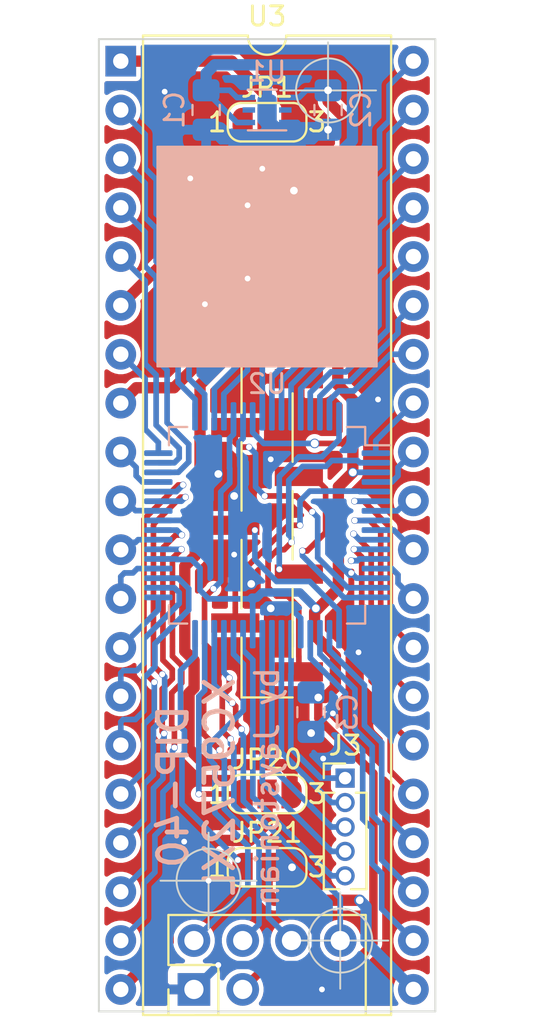
<source format=kicad_pcb>
(kicad_pcb (version 20171130) (host pcbnew "(5.1.5)-3")
  (title_block (title "DIP48 XC9572XL") (rev 1) (company https://github.com/Jaystonian))
  (layers (0 F.Cu signal) (31 B.Cu signal) (34 B.Paste user) (35 F.Paste user hide) (36 B.SilkS user) (37 F.SilkS user) (38 B.Mask user) (39 F.Mask user hide) (44 Edge.Cuts user))
  (net 0 "")
  (net 1 +5V)
  (net 2 GND)
  (net 3 +3V3)
  (net 4 /GCK1)
  (net 5 /GCK3)
  (net 6 /GTS1)
  (net 7 /GCK2)
  (net 8 /GSR)
  (net 9 /GTS2)
  (net 10 /TDI)
  (net 11 /TDO)
  (net 12 /TMS)
  (net 13 /TCK)
  (net 14 /PIN_Y01)
  (net 15 /PIN_Y21)
  (net 16 /PIN_X06)
  (net 17 /PIN_X08)
  (net 18 /PIN_X20)
  (net 19 /PIN_P01)
  (net 20 /PIN_P06)
  (net 21 /PIN_P08)
  (net 22 /PIN_P20)
  (net 23 /PIN_P21)
  (net 24 "Net-(U2-Pad12)")
  (net 25 /PIN_P33)
  (net 26 /PIN_P32)
  (net 27 /PIN_P31)
  (net 28 /PIN_P30)
  (net 29 /PIN_P29)
  (net 30 /PIN_P34)
  (net 31 /PIN_P35)
  (net 32 /PIN_P36)
  (net 33 /PIN_P37)
  (net 34 /PIN_P39)
  (net 35 /PIN_P38)
  (net 36 /PIN_P40)
  (net 37 /PIN_P09)
  (net 38 /PIN_P05)
  (net 39 /PIN_P04)
  (net 40 /PIN_P03)
  (net 41 /PIN_P02)
  (net 42 /PIN_P07)
  (net 43 /PIN_P13)
  (net 44 /PIN_P12)
  (net 45 /PIN_P14)
  (net 46 /PIN_P15)
  (net 47 /PIN_P28)
  (net 48 /PIN_P27)
  (net 49 /PIN_P26)
  (net 50 /PIN_P25)
  (net 51 /PIN_P11)
  (net 52 /PIN_P10)
  (net 53 /PIN_P16)
  (net 54 /PIN_P17)
  (net 55 /PIN_P18)
  (net 56 /PIN_P19)
  (net 57 /PIN_P24)
  (net 58 /PIN_P23)
  (net 59 /PIN_P22)
  (net 60 /P22)
  (net 61 /P23)
  (net 62 /P24)
  (net 63 /P25)
  (net 64 /P27)
  (module Connector_PinHeader_2.54mm:PinHeader_2x04_P2.54mm_Vertical (layer F.Cu) (at 102.87 96.52 90)
    (fp_text reference J1 hide)
    (fp_text value JTAG-6)
    (pad 1 thru_hole rect (at 0 0 90) (size 1.7 1.7) (drill 1) (layers *.Cu *.Mask) (net 2 GND))
    (pad 2 thru_hole oval (at 2.54 0 90) (size 1.7 1.7) (drill 1) (layers *.Cu *.Mask) (net 10 /TDI))
    (pad 3 thru_hole oval (at 0 2.54 90) (size 1.7 1.7) (drill 1) (layers *.Cu *.Mask) (net 3 +3V3))
    (pad 4 thru_hole oval (at 2.54 2.54 90) (size 1.7 1.7) (drill 1) (layers *.Cu *.Mask) (net 11 /TDO))
    (pad 6 thru_hole oval (at 2.54 5.08 90) (size 1.7 1.7) (drill 1) (layers *.Cu *.Mask) (net 12 /TMS))
    (pad 8 thru_hole oval (at 2.54 7.62 90) (size 1.7 1.7) (drill 1) (layers *.Cu *.Mask) (net 13 /TCK))
  )
  (module Capacitor_SMD:C_0805_2012Metric_Pad1.15x1.40mm_HandSolder (layer B.Cu) (at 103.505 50.8 270)
    (fp_text reference C1 (at 0 1.65 90) (layer B.SilkS) (effects (justify mirror)))
    (fp_text value 1uF)
    (pad 1 smd roundrect (at -1.025 0 270) (size 1.15 1.4) (layers B.Cu B.Paste B.Mask) (roundrect_rratio 0.217391) (net 1 +5V))
    (pad 2 smd roundrect (at 1.025 0 270) (size 1.15 1.4) (layers B.Cu B.Paste B.Mask) (roundrect_rratio 0.217391) (net 2 GND))
  )
  (module Capacitor_SMD:C_0805_2012Metric_Pad1.15x1.40mm_HandSolder (layer B.Cu) (at 109.855 50.8 270)
    (fp_text reference C2 (at 0 -1.7145 270) (layer B.SilkS) (effects (justify mirror)))
    (fp_text value 1uF)
    (pad 2 smd roundrect (at 1.025 0 270) (size 1.15 1.4) (layers B.Cu B.Paste B.Mask) (roundrect_rratio 0.217391) (net 2 GND))
    (pad 1 smd roundrect (at -1.025 0 270) (size 1.15 1.4) (layers B.Cu B.Paste B.Mask) (roundrect_rratio 0.217391) (net 3 +3V3))
  )
  (module Capacitor_SMD:C_0805_2012Metric_Pad1.15x1.40mm_HandSolder (layer B.Cu) (at 108.966 82.1055 270)
    (fp_text reference C3 (at 0 -1.905 90) (layer B.SilkS) (effects (justify mirror)))
    (fp_text value 0.1uF)
    (pad 1 smd roundrect (at -1.025 0 270) (size 1.15 1.4) (layers B.Cu B.Paste B.Mask) (roundrect_rratio 0.217391) (net 3 +3V3))
    (pad 2 smd roundrect (at 1.025 0 270) (size 1.15 1.4) (layers B.Cu B.Paste B.Mask) (roundrect_rratio 0.217391) (net 2 GND))
  )
  (module Connector_PinHeader_2.54mm:PinHeader_1x07_P2.54mm_Vertical_SMD_Pin1Right (layer F.Cu) (at 106.68 72.39)
    (fp_text reference J2 (at 0 -9.95) (layer F.SilkS))
    (fp_text value Conn_01x07)
    (pad 2 smd rect (at -1.655 -5.08) (size 2.51 1) (layers F.Cu F.Paste F.Mask) (net 4 /GCK1))
    (pad 4 smd rect (at -1.655 0) (size 2.51 1) (layers F.Cu F.Paste F.Mask) (net 5 /GCK3))
    (pad 6 smd rect (at -1.655 5.08) (size 2.51 1) (layers F.Cu F.Paste F.Mask) (net 6 /GTS1))
    (pad 1 smd rect (at 1.655 -7.62) (size 2.51 1) (layers F.Cu F.Paste F.Mask) (net 2 GND))
    (pad 3 smd rect (at 1.655 -2.54) (size 2.51 1) (layers F.Cu F.Paste F.Mask) (net 7 /GCK2))
    (pad 5 smd rect (at 1.655 2.54) (size 2.51 1) (layers F.Cu F.Paste F.Mask) (net 8 /GSR))
    (pad 7 smd rect (at 1.655 7.62) (size 2.51 1) (layers F.Cu F.Paste F.Mask) (net 9 /GTS2))
  )
  (module Jumper:SolderJumper-3_P1.3mm_Open_RoundedPad1.0x1.5mm_NumberLabels (layer F.Cu) (at 106.68 51.435)
    (fp_text reference JP1 (at 0 -1.8) (layer F.SilkS))
    (fp_text value SJ01)
    (fp_text user 1 (at -2.6 0) (layer F.SilkS))
    (fp_text user 3 (at 2.6 0) (layer F.SilkS))
    (pad 2 smd rect (at 0 0) (size 1 1.5) (layers F.Cu F.Mask) (net 14 /PIN_Y01))
    (pad 3 smd custom (at 1.3 0) (size 1 0.5) (layers F.Cu F.Mask) (net 2 GND) (options (clearance outline) (anchor rect)) (primitives (gr_circle (center 0 0.25) (end 0.5 0.25) (width 0)) (gr_circle (center 0 -0.25) (end 0.5 -0.25) (width 0)) (gr_poly (pts (xy -0.55 -0.75) (xy 0 -0.75) (xy 0 0.75) (xy -0.55 0.75)) (width 0))))
    (pad 1 smd custom (at -1.3 0) (size 1 0.5) (layers F.Cu F.Mask) (net 19 /PIN_P01) (options (clearance outline) (anchor rect)) (primitives (gr_circle (center 0 0.25) (end 0.5 0.25) (width 0)) (gr_circle (center 0 -0.25) (end 0.5 -0.25) (width 0)) (gr_poly (pts (xy 0.55 -0.75) (xy 0 -0.75) (xy 0 0.75) (xy 0.55 0.75)) (width 0))))
  )
  (module Jumper:SolderJumper-3_P1.3mm_Open_RoundedPad1.0x1.5mm_NumberLabels (layer F.Cu) (at 106.68 55.245)
    (fp_text reference JP6 (at 0 -1.8) (layer F.SilkS))
    (fp_text value SJ06)
    (fp_text user 1 (at -2.6 0) (layer F.SilkS))
    (fp_text user 3 (at 2.6 0) (layer F.SilkS))
    (pad 2 smd rect (at 0 0) (size 1 1.5) (layers F.Cu F.Mask) (net 16 /PIN_X06))
    (pad 3 smd custom (at 1.3 0) (size 1 0.5) (layers F.Cu F.Mask) (net 1 +5V) (options (clearance outline) (anchor rect)) (primitives (gr_circle (center 0 0.25) (end 0.5 0.25) (width 0)) (gr_circle (center 0 -0.25) (end 0.5 -0.25) (width 0)) (gr_poly (pts (xy -0.55 -0.75) (xy 0 -0.75) (xy 0 0.75) (xy -0.55 0.75)) (width 0))))
    (pad 1 smd custom (at -1.3 0) (size 1 0.5) (layers F.Cu F.Mask) (net 20 /PIN_P06) (options (clearance outline) (anchor rect)) (primitives (gr_circle (center 0 0.25) (end 0.5 0.25) (width 0)) (gr_circle (center 0 -0.25) (end 0.5 -0.25) (width 0)) (gr_poly (pts (xy 0.55 -0.75) (xy 0 -0.75) (xy 0 0.75) (xy 0.55 0.75)) (width 0))))
  )
  (module Jumper:SolderJumper-3_P1.3mm_Open_RoundedPad1.0x1.5mm_NumberLabels (layer F.Cu) (at 106.68 59.055)
    (fp_text reference JP8 (at 0 -1.8) (layer F.SilkS))
    (fp_text value SJ08)
    (fp_text user 3 (at 2.6 0) (layer F.SilkS))
    (fp_text user 1 (at -2.6 0) (layer F.SilkS))
    (pad 1 smd custom (at -1.3 0) (size 1 0.5) (layers F.Cu F.Mask) (net 21 /PIN_P08) (options (clearance outline) (anchor rect)) (primitives (gr_circle (center 0 0.25) (end 0.5 0.25) (width 0)) (gr_circle (center 0 -0.25) (end 0.5 -0.25) (width 0)) (gr_poly (pts (xy 0.55 -0.75) (xy 0 -0.75) (xy 0 0.75) (xy 0.55 0.75)) (width 0))))
    (pad 3 smd custom (at 1.3 0) (size 1 0.5) (layers F.Cu F.Mask) (net 1 +5V) (options (clearance outline) (anchor rect)) (primitives (gr_circle (center 0 0.25) (end 0.5 0.25) (width 0)) (gr_circle (center 0 -0.25) (end 0.5 -0.25) (width 0)) (gr_poly (pts (xy -0.55 -0.75) (xy 0 -0.75) (xy 0 0.75) (xy -0.55 0.75)) (width 0))))
    (pad 2 smd rect (at 0 0) (size 1 1.5) (layers F.Cu F.Mask) (net 17 /PIN_X08))
  )
  (module Jumper:SolderJumper-3_P1.3mm_Open_RoundedPad1.0x1.5mm_NumberLabels (layer F.Cu) (at 106.68 86.36)
    (fp_text reference JP20 (at 0 -1.8) (layer F.SilkS))
    (fp_text value SJ20)
    (fp_text user 3 (at 2.6 0) (layer F.SilkS))
    (fp_text user 1 (at -2.6 0) (layer F.SilkS))
    (pad 1 smd custom (at -1.3 0) (size 1 0.5) (layers F.Cu F.Mask) (net 22 /PIN_P20) (options (clearance outline) (anchor rect)) (primitives (gr_circle (center 0 0.25) (end 0.5 0.25) (width 0)) (gr_circle (center 0 -0.25) (end 0.5 -0.25) (width 0)) (gr_poly (pts (xy 0.55 -0.75) (xy 0 -0.75) (xy 0 0.75) (xy 0.55 0.75)) (width 0))))
    (pad 3 smd custom (at 1.3 0) (size 1 0.5) (layers F.Cu F.Mask) (net 1 +5V) (options (clearance outline) (anchor rect)) (primitives (gr_circle (center 0 0.25) (end 0.5 0.25) (width 0)) (gr_circle (center 0 -0.25) (end 0.5 -0.25) (width 0)) (gr_poly (pts (xy -0.55 -0.75) (xy 0 -0.75) (xy 0 0.75) (xy -0.55 0.75)) (width 0))))
    (pad 2 smd rect (at 0 0) (size 1 1.5) (layers F.Cu F.Mask) (net 18 /PIN_X20))
  )
  (module Jumper:SolderJumper-3_P1.3mm_Open_RoundedPad1.0x1.5mm_NumberLabels (layer F.Cu) (at 106.68 90.17)
    (fp_text reference JP21 (at 0 -1.8) (layer F.SilkS))
    (fp_text value SJ21)
    (fp_text user 3 (at 2.6 0) (layer F.SilkS))
    (fp_text user 1 (at -2.6 0) (layer F.SilkS))
    (pad 1 smd custom (at -1.3 0) (size 1 0.5) (layers F.Cu F.Mask) (net 23 /PIN_P21) (options (clearance outline) (anchor rect)) (primitives (gr_circle (center 0 0.25) (end 0.5 0.25) (width 0)) (gr_circle (center 0 -0.25) (end 0.5 -0.25) (width 0)) (gr_poly (pts (xy 0.55 -0.75) (xy 0 -0.75) (xy 0 0.75) (xy 0.55 0.75)) (width 0))))
    (pad 3 smd custom (at 1.3 0) (size 1 0.5) (layers F.Cu F.Mask) (net 2 GND) (options (clearance outline) (anchor rect)) (primitives (gr_circle (center 0 0.25) (end 0.5 0.25) (width 0)) (gr_circle (center 0 -0.25) (end 0.5 -0.25) (width 0)) (gr_poly (pts (xy -0.55 -0.75) (xy 0 -0.75) (xy 0 0.75) (xy -0.55 0.75)) (width 0))))
    (pad 2 smd rect (at 0 0) (size 1 1.5) (layers F.Cu F.Mask) (net 15 /PIN_Y21))
  )
  (module CPU2:LFCSP-6 (layer B.Cu) (at 106.68 50.8 180)
    (fp_text reference U1 (at 0 2) (layer B.SilkS) (effects (justify mirror)))
    (fp_text value ADP122_3.3V_LDO_Voltage_Regulator)
    (pad 1 smd rect (at -0.95 0.65 180) (size 0.65 0.28) (layers B.Cu B.Paste B.Mask) (net 3 +3V3))
    (pad 2 smd rect (at -0.95 0 180) (size 0.65 0.28) (layers B.Cu B.Paste B.Mask))
    (pad 3 smd rect (at -0.95 -0.65 180) (size 0.65 0.28) (layers B.Cu B.Paste B.Mask) (net 2 GND))
    (pad 4 smd rect (at 0.95 -0.65 180) (size 0.65 0.28) (layers B.Cu B.Paste B.Mask) (net 1 +5V))
    (pad 5 smd rect (at 0.95 0 180) (size 0.65 0.28) (layers B.Cu B.Paste B.Mask))
    (pad 6 smd rect (at 0.95 0.65 180) (size 0.65 0.28) (layers B.Cu B.Paste B.Mask) (net 1 +5V))
    (pad EP smd roundrect (at 0 0 180) (size 1 1.6) (layers B.Cu B.Paste B.Mask) (net 2 GND))
  )
  (module Package_QFP:TQFP-64_10x10mm_P0.5mm (layer B.Cu) (at 106.68 72.39 180)
    (fp_text reference U2 (at 0 7.35) (layer B.SilkS) (effects (justify mirror)))
    (fp_text value XC9572XL-VQ64)
    (pad 1 smd roundrect (at -5.6625 3.75 180) (size 1.475 0.3) (layers B.Cu B.Paste B.Mask) (net 25 /PIN_P33))
    (pad 2 smd roundrect (at -5.6625 3.25 180) (size 1.475 0.3) (layers B.Cu B.Paste B.Mask) (net 9 /GTS2))
    (pad 3 smd roundrect (at -5.6625 2.75 180) (size 1.475 0.3) (layers B.Cu B.Paste B.Mask) (net 3 +3V3))
    (pad 4 smd roundrect (at -5.6625 2.25 180) (size 1.475 0.3) (layers B.Cu B.Paste B.Mask) (net 26 /PIN_P32))
    (pad 5 smd roundrect (at -5.6625 1.75 180) (size 1.475 0.3) (layers B.Cu B.Paste B.Mask) (net 6 /GTS1))
    (pad 6 smd roundrect (at -5.6625 1.25 180) (size 1.475 0.3) (layers B.Cu B.Paste B.Mask) (net 47 /PIN_P28))
    (pad 7 smd roundrect (at -5.6625 0.75 180) (size 1.475 0.3) (layers B.Cu B.Paste B.Mask) (net 27 /PIN_P31))
    (pad 8 smd roundrect (at -5.6625 0.25 180) (size 1.475 0.3) (layers B.Cu B.Paste B.Mask) (net 48 /PIN_P27))
    (pad 9 smd roundrect (at -5.6625 -0.25 180) (size 1.475 0.3) (layers B.Cu B.Paste B.Mask) (net 28 /PIN_P30))
    (pad 10 smd roundrect (at -5.6625 -0.75 180) (size 1.475 0.3) (layers B.Cu B.Paste B.Mask) (net 49 /PIN_P26))
    (pad 11 smd roundrect (at -5.6625 -1.25 180) (size 1.475 0.3) (layers B.Cu B.Paste B.Mask) (net 50 /PIN_P25))
    (pad 12 smd roundrect (at -5.6625 -1.75 180) (size 1.475 0.3) (layers B.Cu B.Paste B.Mask) (net 24 "Net-(U2-Pad12)"))
    (pad 13 smd roundrect (at -5.6625 -2.25 180) (size 1.475 0.3) (layers B.Cu B.Paste B.Mask) (net 29 /PIN_P29))
    (pad 14 smd roundrect (at -5.6625 -2.75 180) (size 1.475 0.3) (layers B.Cu B.Paste B.Mask) (net 2 GND))
    (pad 15 smd roundrect (at -5.6625 -3.25 180) (size 1.475 0.3) (layers B.Cu B.Paste B.Mask) (net 4 /GCK1))
    (pad 16 smd roundrect (at -5.6625 -3.75 180) (size 1.475 0.3) (layers B.Cu B.Paste B.Mask) (net 7 /GCK2))
    (pad 17 smd roundrect (at -3.75 -5.6625 180) (size 0.3 1.475) (layers B.Cu B.Paste B.Mask) (net 5 /GCK3))
    (pad 18 smd roundrect (at -3.25 -5.6625 180) (size 0.3 1.475) (layers B.Cu B.Paste B.Mask) (net 57 /PIN_P24))
    (pad 19 smd roundrect (at -2.75 -5.6625 180) (size 0.3 1.475) (layers B.Cu B.Paste B.Mask) (net 58 /PIN_P23))
    (pad 20 smd roundrect (at -2.25 -5.6625 180) (size 0.3 1.475) (layers B.Cu B.Paste B.Mask) (net 59 /PIN_P22))
    (pad 21 smd roundrect (at -1.75 -5.6625 180) (size 0.3 1.475) (layers B.Cu B.Paste B.Mask) (net 2 GND))
    (pad 22 smd roundrect (at -1.25 -5.6625 180) (size 0.3 1.475) (layers B.Cu B.Paste B.Mask) (net 60 /P22))
    (pad 23 smd roundrect (at -0.75 -5.6625 180) (size 0.3 1.475) (layers B.Cu B.Paste B.Mask) (net 61 /P23))
    (pad 24 smd roundrect (at -0.25 -5.6625 180) (size 0.3 1.475) (layers B.Cu B.Paste B.Mask) (net 62 /P24))
    (pad 25 smd roundrect (at 0.25 -5.6625 180) (size 0.3 1.475) (layers B.Cu B.Paste B.Mask) (net 63 /P25))
    (pad 26 smd roundrect (at 0.75 -5.6625 180) (size 0.3 1.475) (layers B.Cu B.Paste B.Mask) (net 3 +3V3))
    (pad 27 smd roundrect (at 1.25 -5.6625 180) (size 0.3 1.475) (layers B.Cu B.Paste B.Mask) (net 64 /P27))
    (pad 28 smd roundrect (at 1.75 -5.6625 180) (size 0.3 1.475) (layers B.Cu B.Paste B.Mask) (net 10 /TDI))
    (pad 29 smd roundrect (at 2.25 -5.6625 180) (size 0.3 1.475) (layers B.Cu B.Paste B.Mask) (net 12 /TMS))
    (pad 30 smd roundrect (at 2.75 -5.6625 180) (size 0.3 1.475) (layers B.Cu B.Paste B.Mask) (net 13 /TCK))
    (pad 31 smd roundrect (at 3.25 -5.6625 180) (size 0.3 1.475) (layers B.Cu B.Paste B.Mask) (net 22 /PIN_P20))
    (pad 32 smd roundrect (at 3.75 -5.6625 180) (size 0.3 1.475) (layers B.Cu B.Paste B.Mask) (net 23 /PIN_P21))
    (pad 33 smd roundrect (at 5.6625 -3.75 180) (size 1.475 0.3) (layers B.Cu B.Paste B.Mask) (net 43 /PIN_P13))
    (pad 34 smd roundrect (at 5.6625 -3.25 180) (size 1.475 0.3) (layers B.Cu B.Paste B.Mask) (net 45 /PIN_P14))
    (pad 35 smd roundrect (at 5.6625 -2.75 180) (size 1.475 0.3) (layers B.Cu B.Paste B.Mask) (net 46 /PIN_P15))
    (pad 36 smd roundrect (at 5.6625 -2.25 180) (size 1.475 0.3) (layers B.Cu B.Paste B.Mask) (net 44 /PIN_P12))
    (pad 37 smd roundrect (at 5.6625 -1.75 180) (size 1.475 0.3) (layers B.Cu B.Paste B.Mask) (net 3 +3V3))
    (pad 38 smd roundrect (at 5.6625 -1.25 180) (size 1.475 0.3) (layers B.Cu B.Paste B.Mask) (net 56 /PIN_P19))
    (pad 39 smd roundrect (at 5.6625 -0.75 180) (size 1.475 0.3) (layers B.Cu B.Paste B.Mask) (net 51 /PIN_P11))
    (pad 40 smd roundrect (at 5.6625 -0.25 180) (size 1.475 0.3) (layers B.Cu B.Paste B.Mask) (net 55 /PIN_P18))
    (pad 41 smd roundrect (at 5.6625 0.25 180) (size 1.475 0.3) (layers B.Cu B.Paste B.Mask) (net 2 GND))
    (pad 42 smd roundrect (at 5.6625 0.75 180) (size 1.475 0.3) (layers B.Cu B.Paste B.Mask) (net 52 /PIN_P10))
    (pad 43 smd roundrect (at 5.6625 1.25 180) (size 1.475 0.3) (layers B.Cu B.Paste B.Mask) (net 54 /PIN_P17))
    (pad 44 smd roundrect (at 5.6625 1.75 180) (size 1.475 0.3) (layers B.Cu B.Paste B.Mask) (net 53 /PIN_P16))
    (pad 45 smd roundrect (at 5.6625 2.25 180) (size 1.475 0.3) (layers B.Cu B.Paste B.Mask) (net 37 /PIN_P09))
    (pad 46 smd roundrect (at 5.6625 2.75 180) (size 1.475 0.3) (layers B.Cu B.Paste B.Mask) (net 39 /PIN_P04))
    (pad 47 smd roundrect (at 5.6625 3.25 180) (size 1.475 0.3) (layers B.Cu B.Paste B.Mask) (net 38 /PIN_P05))
    (pad 48 smd roundrect (at 5.6625 3.75 180) (size 1.475 0.3) (layers B.Cu B.Paste B.Mask) (net 42 /PIN_P07))
    (pad 49 smd roundrect (at 3.75 5.6625 180) (size 0.3 1.475) (layers B.Cu B.Paste B.Mask) (net 40 /PIN_P03))
    (pad 50 smd roundrect (at 3.25 5.6625 180) (size 0.3 1.475) (layers B.Cu B.Paste B.Mask) (net 41 /PIN_P02))
    (pad 51 smd roundrect (at 2.75 5.6625 180) (size 0.3 1.475) (layers B.Cu B.Paste B.Mask) (net 20 /PIN_P06))
    (pad 52 smd roundrect (at 2.25 5.6625 180) (size 0.3 1.475) (layers B.Cu B.Paste B.Mask) (net 21 /PIN_P08))
    (pad 53 smd roundrect (at 1.75 5.6625 180) (size 0.3 1.475) (layers B.Cu B.Paste B.Mask) (net 11 /TDO))
    (pad 54 smd roundrect (at 1.25 5.6625 180) (size 0.3 1.475) (layers B.Cu B.Paste B.Mask) (net 2 GND))
    (pad 55 smd roundrect (at 0.75 5.6625 180) (size 0.3 1.475) (layers B.Cu B.Paste B.Mask) (net 3 +3V3))
    (pad 56 smd roundrect (at 0.25 5.6625 180) (size 0.3 1.475) (layers B.Cu B.Paste B.Mask) (net 19 /PIN_P01))
    (pad 57 smd roundrect (at -0.25 5.6625 180) (size 0.3 1.475) (layers B.Cu B.Paste B.Mask) (net 36 /PIN_P40))
    (pad 58 smd roundrect (at -0.75 5.6625 180) (size 0.3 1.475) (layers B.Cu B.Paste B.Mask) (net 34 /PIN_P39))
    (pad 59 smd roundrect (at -1.25 5.6625 180) (size 0.3 1.475) (layers B.Cu B.Paste B.Mask) (net 35 /PIN_P38))
    (pad 60 smd roundrect (at -1.75 5.6625 180) (size 0.3 1.475) (layers B.Cu B.Paste B.Mask) (net 33 /PIN_P37))
    (pad 61 smd roundrect (at -2.25 5.6625 180) (size 0.3 1.475) (layers B.Cu B.Paste B.Mask) (net 32 /PIN_P36))
    (pad 62 smd roundrect (at -2.75 5.6625 180) (size 0.3 1.475) (layers B.Cu B.Paste B.Mask) (net 31 /PIN_P35))
    (pad 63 smd roundrect (at -3.25 5.6625 180) (size 0.3 1.475) (layers B.Cu B.Paste B.Mask) (net 30 /PIN_P34))
    (pad 64 smd roundrect (at -3.75 5.6625 180) (size 0.3 1.475) (layers B.Cu B.Paste B.Mask) (net 8 /GSR))
  )
  (module Package_DIP:DIP-40_W15.24mm (layer F.Cu) (at 99.06 48.26)
    (fp_text reference U3 (at 7.62 -2.33) (layer F.SilkS))
    (fp_text value MOS6526)
    (pad 1 thru_hole rect (at 0 0) (size 1.6 1.6) (drill 0.8) (layers *.Cu *.Mask) (net 14 /PIN_Y01))
    (pad 21 thru_hole oval (at 15.24 48.26) (size 1.6 1.6) (drill 0.8) (layers *.Cu *.Mask) (net 15 /PIN_Y21))
    (pad 2 thru_hole oval (at 0 2.54) (size 1.6 1.6) (drill 0.8) (layers *.Cu *.Mask) (net 41 /PIN_P02))
    (pad 22 thru_hole oval (at 15.24 45.72) (size 1.6 1.6) (drill 0.8) (layers *.Cu *.Mask) (net 59 /PIN_P22))
    (pad 3 thru_hole oval (at 0 5.08) (size 1.6 1.6) (drill 0.8) (layers *.Cu *.Mask) (net 40 /PIN_P03))
    (pad 23 thru_hole oval (at 15.24 43.18) (size 1.6 1.6) (drill 0.8) (layers *.Cu *.Mask) (net 58 /PIN_P23))
    (pad 4 thru_hole oval (at 0 7.62) (size 1.6 1.6) (drill 0.8) (layers *.Cu *.Mask) (net 39 /PIN_P04))
    (pad 24 thru_hole oval (at 15.24 40.64) (size 1.6 1.6) (drill 0.8) (layers *.Cu *.Mask) (net 57 /PIN_P24))
    (pad 5 thru_hole oval (at 0 10.16) (size 1.6 1.6) (drill 0.8) (layers *.Cu *.Mask) (net 38 /PIN_P05))
    (pad 25 thru_hole oval (at 15.24 38.1) (size 1.6 1.6) (drill 0.8) (layers *.Cu *.Mask) (net 50 /PIN_P25))
    (pad 6 thru_hole oval (at 0 12.7) (size 1.6 1.6) (drill 0.8) (layers *.Cu *.Mask) (net 16 /PIN_X06))
    (pad 26 thru_hole oval (at 15.24 35.56) (size 1.6 1.6) (drill 0.8) (layers *.Cu *.Mask) (net 49 /PIN_P26))
    (pad 7 thru_hole oval (at 0 15.24) (size 1.6 1.6) (drill 0.8) (layers *.Cu *.Mask) (net 42 /PIN_P07))
    (pad 27 thru_hole oval (at 15.24 33.02) (size 1.6 1.6) (drill 0.8) (layers *.Cu *.Mask) (net 48 /PIN_P27))
    (pad 8 thru_hole oval (at 0 17.78) (size 1.6 1.6) (drill 0.8) (layers *.Cu *.Mask) (net 17 /PIN_X08))
    (pad 28 thru_hole oval (at 15.24 30.48) (size 1.6 1.6) (drill 0.8) (layers *.Cu *.Mask) (net 47 /PIN_P28))
    (pad 9 thru_hole oval (at 0 20.32) (size 1.6 1.6) (drill 0.8) (layers *.Cu *.Mask) (net 37 /PIN_P09))
    (pad 29 thru_hole oval (at 15.24 27.94) (size 1.6 1.6) (drill 0.8) (layers *.Cu *.Mask) (net 29 /PIN_P29))
    (pad 10 thru_hole oval (at 0 22.86) (size 1.6 1.6) (drill 0.8) (layers *.Cu *.Mask) (net 52 /PIN_P10))
    (pad 30 thru_hole oval (at 15.24 25.4) (size 1.6 1.6) (drill 0.8) (layers *.Cu *.Mask) (net 28 /PIN_P30))
    (pad 11 thru_hole oval (at 0 25.4) (size 1.6 1.6) (drill 0.8) (layers *.Cu *.Mask) (net 51 /PIN_P11))
    (pad 31 thru_hole oval (at 15.24 22.86) (size 1.6 1.6) (drill 0.8) (layers *.Cu *.Mask) (net 27 /PIN_P31))
    (pad 12 thru_hole oval (at 0 27.94) (size 1.6 1.6) (drill 0.8) (layers *.Cu *.Mask) (net 44 /PIN_P12))
    (pad 32 thru_hole oval (at 15.24 20.32) (size 1.6 1.6) (drill 0.8) (layers *.Cu *.Mask) (net 26 /PIN_P32))
    (pad 13 thru_hole oval (at 0 30.48) (size 1.6 1.6) (drill 0.8) (layers *.Cu *.Mask) (net 43 /PIN_P13))
    (pad 33 thru_hole oval (at 15.24 17.78) (size 1.6 1.6) (drill 0.8) (layers *.Cu *.Mask) (net 25 /PIN_P33))
    (pad 14 thru_hole oval (at 0 33.02) (size 1.6 1.6) (drill 0.8) (layers *.Cu *.Mask) (net 45 /PIN_P14))
    (pad 34 thru_hole oval (at 15.24 15.24) (size 1.6 1.6) (drill 0.8) (layers *.Cu *.Mask) (net 30 /PIN_P34))
    (pad 15 thru_hole oval (at 0 35.56) (size 1.6 1.6) (drill 0.8) (layers *.Cu *.Mask) (net 46 /PIN_P15))
    (pad 35 thru_hole oval (at 15.24 12.7) (size 1.6 1.6) (drill 0.8) (layers *.Cu *.Mask) (net 31 /PIN_P35))
    (pad 16 thru_hole oval (at 0 38.1) (size 1.6 1.6) (drill 0.8) (layers *.Cu *.Mask) (net 53 /PIN_P16))
    (pad 36 thru_hole oval (at 15.24 10.16) (size 1.6 1.6) (drill 0.8) (layers *.Cu *.Mask) (net 32 /PIN_P36))
    (pad 17 thru_hole oval (at 0 40.64) (size 1.6 1.6) (drill 0.8) (layers *.Cu *.Mask) (net 54 /PIN_P17))
    (pad 37 thru_hole oval (at 15.24 7.62) (size 1.6 1.6) (drill 0.8) (layers *.Cu *.Mask) (net 33 /PIN_P37))
    (pad 18 thru_hole oval (at 0 43.18) (size 1.6 1.6) (drill 0.8) (layers *.Cu *.Mask) (net 55 /PIN_P18))
    (pad 38 thru_hole oval (at 15.24 5.08) (size 1.6 1.6) (drill 0.8) (layers *.Cu *.Mask) (net 35 /PIN_P38))
    (pad 19 thru_hole oval (at 0 45.72) (size 1.6 1.6) (drill 0.8) (layers *.Cu *.Mask) (net 56 /PIN_P19))
    (pad 39 thru_hole oval (at 15.24 2.54) (size 1.6 1.6) (drill 0.8) (layers *.Cu *.Mask) (net 34 /PIN_P39))
    (pad 20 thru_hole oval (at 0 48.26) (size 1.6 1.6) (drill 0.8) (layers *.Cu *.Mask) (net 18 /PIN_X20))
    (pad 40 thru_hole oval (at 15.24 0) (size 1.6 1.6) (drill 0.8) (layers *.Cu *.Mask) (net 36 /PIN_P40))
  )
  (module Connector_PinHeader_1.27mm:PinHeader_1x05_P1.27mm_Vertical (layer F.Cu) (at 110.744 85.5345)
    (fp_text reference J3 (at 0 -1.695) (layer F.SilkS))
    (fp_text value Conn_01x05)
    (pad 1 thru_hole rect (at 0 0) (size 1 1) (drill 0.65) (layers *.Cu *.Mask) (net 60 /P22))
    (pad 2 thru_hole oval (at 0 1.27) (size 1 1) (drill 0.65) (layers *.Cu *.Mask) (net 61 /P23))
    (pad 3 thru_hole oval (at 0 2.54) (size 1 1) (drill 0.65) (layers *.Cu *.Mask) (net 62 /P24))
    (pad 4 thru_hole oval (at 0 3.81) (size 1 1) (drill 0.65) (layers *.Cu *.Mask) (net 63 /P25))
    (pad 5 thru_hole oval (at 0 5.08) (size 1 1) (drill 0.65) (layers *.Cu *.Mask) (net 64 /P27))
  )
  (gr_text "DIP-40\nXC9572XL" (at 102.997 85.979 90) (layer B.SilkS) (effects (font (size 1.5 1.5) (thickness 0.25)) (justify mirror)))
  (gr_text "by Jaystonian" (at 106.68 85.979 90) (layer B.SilkS) (effects (font (size 1.2 1.2) (thickness 0.18)) (justify mirror)))
  (gr_poly (pts (xy 112.395 64.135) (xy 100.965 64.135) (xy 100.965 52.705) (xy 112.395 52.705)) (layer B.SilkS) (width 0.1))
  (target plus (at 110.49 93.98) (size 5) (width 0.1) (layer Edge.Cuts))
  (target plus (at 103.632 90.8685) (size 5) (width 0.1) (layer Edge.Cuts))
  (target plus (at 109.855 49.784) (size 5) (width 0.1) (layer Edge.Cuts))
  (gr_line (start 97.917 97.663) (end 97.917 47.117) (layer Edge.Cuts) (width 0.1))
  (gr_line (start 115.443 97.663) (end 97.917 97.663) (layer Edge.Cuts) (width 0.1))
  (gr_line (start 115.443 47.117) (end 115.443 97.663) (layer Edge.Cuts) (width 0.1))
  (gr_line (start 97.917 47.117) (end 115.443 47.117) (layer Edge.Cuts) (width 0.1))
  (segment (start 104.735 49.775) (end 103.505 49.775) (width 0.295) (layer B.Cu) (net 1))
  (segment (start 105.73 50.15) (end 105.11 50.15) (width 0.295) (layer B.Cu) (net 1))
  (segment (start 105.11 50.15) (end 104.735 49.775) (width 0.295) (layer B.Cu) (net 1))
  (segment (start 103.505 49.845) (end 103.505 49.775) (width 0.295) (layer B.Cu) (net 1))
  (segment (start 105.11 51.45) (end 103.505 49.845) (width 0.295) (layer B.Cu) (net 1))
  (segment (start 105.73 51.45) (end 105.11 51.45) (width 0.295) (layer B.Cu) (net 1))
  (segment (start 107.98 55.245) (end 107.98 59.055) (width 0.588) (layer F.Cu) (net 1))
  (segment (start 103.505 49.775) (end 103.505 49.2) (width 0.588) (layer B.Cu) (net 1))
  (segment (start 103.505 49.2) (end 103.505 48.895) (width 0.588) (layer B.Cu) (net 1))
  (segment (start 103.505 48.895) (end 103.9495 48.4505) (width 0.588) (layer B.Cu) (net 1))
  (segment (start 110.357692 48.4505) (end 111.125 49.217808) (width 0.588) (layer B.Cu) (net 1))
  (segment (start 103.9495 48.4505) (end 110.357692 48.4505) (width 0.588) (layer B.Cu) (net 1))
  (segment (start 111.125 52.382192) (end 108.516192 54.991) (width 0.588) (layer B.Cu) (net 1))
  (segment (start 111.125 49.217808) (end 111.125 52.382192) (width 0.588) (layer B.Cu) (net 1))
  (segment (start 108.516192 54.991) (end 108.077 54.991) (width 0.588) (layer B.Cu) (net 1))
  (segment (start 108.077 54.991) (end 108.077 54.991) (width 0.588) (layer B.Cu) (net 1))
  (via (at 108.077 54.991) (size 0.5) (drill 0.4) (layers F.Cu B.Cu) (net 1))
  (segment (start 107.98 85.3105) (end 107.98 86.36) (width 0.588) (layer F.Cu) (net 1))
  (segment (start 107.5055 84.836) (end 107.98 85.3105) (width 0.588) (layer F.Cu) (net 1))
  (segment (start 103.4415 84.836) (end 107.5055 84.836) (width 0.588) (layer F.Cu) (net 1))
  (segment (start 102.616 84.0105) (end 103.4415 84.836) (width 0.588) (layer F.Cu) (net 1))
  (segment (start 102.9335 71.4375) (end 102.9335 73.9775) (width 0.588) (layer F.Cu) (net 1))
  (segment (start 103.1875 71.1835) (end 102.9335 71.4375) (width 0.588) (layer F.Cu) (net 1))
  (segment (start 107.98 59.055) (end 107.98 60.295) (width 0.588) (layer F.Cu) (net 1))
  (segment (start 107.98 60.295) (end 103.1875 65.0875) (width 0.588) (layer F.Cu) (net 1))
  (segment (start 102.39304 74.51796) (end 102.39304 78.930458) (width 0.588) (layer F.Cu) (net 1))
  (segment (start 102.39304 78.930458) (end 102.878021 79.415438) (width 0.588) (layer F.Cu) (net 1))
  (segment (start 102.878021 79.415438) (end 102.878021 80.84726) (width 0.588) (layer F.Cu) (net 1))
  (segment (start 103.1875 65.0875) (end 103.1875 71.1835) (width 0.588) (layer F.Cu) (net 1))
  (segment (start 102.878021 80.84726) (end 102.616 81.109281) (width 0.588) (layer F.Cu) (net 1))
  (segment (start 102.9335 73.9775) (end 102.39304 74.51796) (width 0.588) (layer F.Cu) (net 1))
  (segment (start 102.616 81.109281) (end 102.616 84.0105) (width 0.588) (layer F.Cu) (net 1))
  (segment (start 108.625 51.825) (end 109.855 51.825) (width 0.295) (layer B.Cu) (net 2))
  (segment (start 107.63 51.45) (end 108.25 51.45) (width 0.295) (layer B.Cu) (net 2))
  (segment (start 108.25 51.45) (end 108.625 51.825) (width 0.295) (layer B.Cu) (net 2))
  (segment (start 109.719 51.825) (end 109.855 51.825) (width 0.295) (layer B.Cu) (net 2))
  (segment (start 103.505 51.825) (end 103.641 51.825) (width 0.295) (layer B.Cu) (net 2))
  (segment (start 109.093 52.451) (end 109.719 51.825) (width 0.295) (layer B.Cu) (net 2))
  (segment (start 103.641 51.825) (end 104.267 52.451) (width 0.295) (layer B.Cu) (net 2))
  (segment (start 104.267 52.451) (end 109.093 52.451) (width 0.295) (layer B.Cu) (net 2))
  (segment (start 107.109998 51.825) (end 109.155 51.825) (width 0.8) (layer B.Cu) (net 2))
  (segment (start 106.68 51.395002) (end 107.109998 51.825) (width 0.8) (layer B.Cu) (net 2))
  (segment (start 106.68 50.8) (end 106.68 51.395002) (width 0.8) (layer B.Cu) (net 2))
  (segment (start 109.155 51.825) (end 109.855 51.825) (width 0.8) (layer B.Cu) (net 2))
  (segment (start 108.78249 52.19751) (end 109.155 51.825) (width 0.8) (layer B.Cu) (net 2))
  (segment (start 104.205 51.825) (end 104.57751 52.19751) (width 0.8) (layer B.Cu) (net 2))
  (segment (start 103.505 51.825) (end 104.205 51.825) (width 0.8) (layer B.Cu) (net 2))
  (segment (start 106.36301 52.171192) (end 106.36301 52.19751) (width 0.588) (layer B.Cu) (net 2))
  (segment (start 106.68 51.854202) (end 106.36301 52.171192) (width 0.588) (layer B.Cu) (net 2))
  (segment (start 104.57751 52.19751) (end 106.36301 52.19751) (width 0.8) (layer B.Cu) (net 2))
  (segment (start 106.68 50.8) (end 106.68 51.854202) (width 0.588) (layer B.Cu) (net 2))
  (segment (start 106.36301 52.19751) (end 108.78249 52.19751) (width 0.8) (layer B.Cu) (net 2))
  (segment (start 109.855 51.825) (end 109.855 51.825) (width 0.295) (layer B.Cu) (net 2))
  (via (at 109.855 51.825) (size 0.5) (drill 0.4) (layers F.Cu B.Cu) (net 2))
  (segment (start 109.465 51.435) (end 109.855 51.825) (width 0.588) (layer F.Cu) (net 2))
  (segment (start 107.98 51.435) (end 109.465 51.435) (width 0.588) (layer F.Cu) (net 2))
  (segment (start 108.9065 64.1985) (end 108.335 64.77) (width 0.588) (layer F.Cu) (net 2))
  (segment (start 109.1565 64.1985) (end 108.9065 64.1985) (width 0.588) (layer F.Cu) (net 2))
  (segment (start 109.1565 53.2765) (end 109.1565 64.1985) (width 0.588) (layer F.Cu) (net 2))
  (segment (start 109.855 51.825) (end 109.855 52.578) (width 0.588) (layer F.Cu) (net 2))
  (segment (start 109.855 52.578) (end 109.1565 53.2765) (width 0.588) (layer F.Cu) (net 2))
  (segment (start 101.02699 72.13751) (end 102.29699 72.13751) (width 0.295) (layer B.Cu) (net 2))
  (segment (start 101.0175 72.14) (end 101.0245 72.14) (width 0.295) (layer B.Cu) (net 2))
  (segment (start 101.0245 72.14) (end 101.02699 72.13751) (width 0.295) (layer B.Cu) (net 2))
  (segment (start 108.97401 89.17599) (end 108.97401 83.19301) (width 0.588) (layer F.Cu) (net 2))
  (segment (start 107.98 90.17) (end 107.98 90.17) (width 0.588) (layer F.Cu) (net 2))
  (segment (start 108.97401 83.19301) (end 108.97401 83.19301) (width 0.588) (layer F.Cu) (net 2))
  (via (at 108.97401 83.19301) (size 0.5) (drill 0.4) (layers F.Cu B.Cu) (net 2))
  (segment (start 107.98 90.17) (end 108.97401 89.17599) (width 0.588) (layer F.Cu) (net 2))
  (via (at 107.98 90.17) (size 0.5) (drill 0.4) (layers F.Cu B.Cu) (net 2))
  (segment (start 109.22 94.58986) (end 109.22 91.41) (width 0.439) (layer B.Cu) (net 2))
  (segment (start 108.559361 95.250499) (end 109.22 94.58986) (width 0.439) (layer B.Cu) (net 2))
  (segment (start 102.87 96.52) (end 104.139501 95.250499) (width 0.439) (layer B.Cu) (net 2))
  (segment (start 109.22 91.41) (end 107.98 90.17) (width 0.439) (layer B.Cu) (net 2))
  (segment (start 104.139501 95.250499) (end 108.559361 95.250499) (width 0.439) (layer B.Cu) (net 2))
  (segment (start 108.97401 83.19301) (end 106.553 80.772) (width 0.588) (layer F.Cu) (net 2))
  (segment (start 106.553 80.772) (end 106.553 78.9305) (width 0.588) (layer F.Cu) (net 2))
  (segment (start 106.553 78.9305) (end 106.807 78.6765) (width 0.588) (layer F.Cu) (net 2))
  (segment (start 106.807 78.6765) (end 106.807 77.47) (width 0.588) (layer F.Cu) (net 2))
  (segment (start 106.807 76.607798) (end 106.589702 76.3905) (width 0.588) (layer F.Cu) (net 2))
  (segment (start 106.807 77.47) (end 106.807 76.607798) (width 0.588) (layer F.Cu) (net 2))
  (segment (start 106.589702 76.3905) (end 106.2355 76.3905) (width 0.588) (layer F.Cu) (net 2))
  (segment (start 106.2355 76.3905) (end 105.8545 76.0095) (width 0.588) (layer F.Cu) (net 2))
  (segment (start 108.43 77.21748) (end 107.92052 76.708) (width 0.295) (layer B.Cu) (net 2))
  (segment (start 108.43 78.0525) (end 108.43 77.21748) (width 0.295) (layer B.Cu) (net 2))
  (segment (start 107.92052 76.708) (end 107.5055 76.708) (width 0.295) (layer B.Cu) (net 2))
  (segment (start 105.8545 76.0095) (end 105.8545 75.438) (width 0.588) (layer F.Cu) (net 2))
  (segment (start 105.8545 75.438) (end 105.8545 75.438) (width 0.588) (layer F.Cu) (net 2))
  (via (at 105.8545 75.438) (size 0.5) (drill 0.4) (layers F.Cu B.Cu) (net 2))
  (segment (start 105.8545 75.084447) (end 104.9655 74.195447) (width 0.588) (layer B.Cu) (net 2))
  (segment (start 105.8545 75.438) (end 105.8545 75.084447) (width 0.588) (layer B.Cu) (net 2))
  (segment (start 104.9655 74.195447) (end 104.9655 73.914) (width 0.588) (layer B.Cu) (net 2))
  (segment (start 107.5055 76.708) (end 106.8705 76.708) (width 0.295) (layer B.Cu) (net 2))
  (segment (start 106.8705 76.708) (end 106.8705 76.708) (width 0.295) (layer B.Cu) (net 2))
  (via (at 106.8705 76.708) (size 0.5) (drill 0.4) (layers F.Cu B.Cu) (net 2))
  (segment (start 108.335 64.77) (end 108.335 65.858) (width 0.588) (layer F.Cu) (net 2))
  (segment (start 104.9655 70.1675) (end 104.9655 70.866) (width 0.588) (layer F.Cu) (net 2))
  (segment (start 104.9655 70.866) (end 104.9655 70.866) (width 0.588) (layer F.Cu) (net 2))
  (via (at 104.9655 70.866) (size 0.5) (drill 0.4) (layers F.Cu B.Cu) (net 2))
  (segment (start 108.335 66.798) (end 108.335 65.858) (width 0.588) (layer F.Cu) (net 2))
  (segment (start 102.29699 72.13751) (end 102.67799 72.13751) (width 0.295) (layer B.Cu) (net 2))
  (segment (start 102.67799 72.13751) (end 103.759 71.0565) (width 0.295) (layer B.Cu) (net 2))
  (segment (start 103.759 71.0565) (end 103.759 70.104) (width 0.295) (layer B.Cu) (net 2))
  (segment (start 103.759 70.104) (end 104.14 69.723) (width 0.295) (layer B.Cu) (net 2))
  (segment (start 104.14 69.723) (end 104.14 69.723) (width 0.295) (layer B.Cu) (net 2))
  (via (at 104.14 69.723) (size 0.5) (drill 0.4) (layers F.Cu B.Cu) (net 2))
  (segment (start 104.14 70.0405) (end 104.9655 70.866) (width 0.588) (layer F.Cu) (net 2))
  (segment (start 104.14 69.723) (end 104.14 70.0405) (width 0.588) (layer F.Cu) (net 2))
  (segment (start 104.493553 69.723) (end 105.41 69.723) (width 0.588) (layer F.Cu) (net 2))
  (segment (start 104.14 69.723) (end 104.493553 69.723) (width 0.588) (layer F.Cu) (net 2))
  (segment (start 104.9655 70.1675) (end 105.41 69.723) (width 0.588) (layer F.Cu) (net 2))
  (segment (start 105.41 69.723) (end 108.335 66.798) (width 0.588) (layer F.Cu) (net 2))
  (segment (start 112.3425 75.14) (end 112.1605 75.14) (width 0.295) (layer B.Cu) (net 2))
  (segment (start 112.15801 75.13751) (end 111.33251 75.13751) (width 0.295) (layer B.Cu) (net 2))
  (segment (start 112.1605 75.14) (end 112.15801 75.13751) (width 0.295) (layer B.Cu) (net 2))
  (segment (start 111.33251 75.13751) (end 111.0615 74.8665) (width 0.295) (layer B.Cu) (net 2))
  (segment (start 111.0615 74.8665) (end 111.0615 74.8665) (width 0.295) (layer B.Cu) (net 2))
  (via (at 111.0615 74.8665) (size 0.35) (drill 0.3) (layers F.Cu B.Cu) (net 2))
  (segment (start 111.0615 74.8665) (end 111.0615 81.2165) (width 0.295) (layer F.Cu) (net 2))
  (segment (start 111.0615 81.2165) (end 110.109 82.169) (width 0.295) (layer F.Cu) (net 2))
  (segment (start 110.109 82.169) (end 110.109 82.169) (width 0.295) (layer F.Cu) (net 2))
  (via (at 110.109 82.169) (size 0.35) (drill 0.3) (layers F.Cu B.Cu) (net 2))
  (segment (start 109.9275 82.169) (end 108.966 83.1305) (width 0.295) (layer B.Cu) (net 2))
  (segment (start 110.109 82.169) (end 109.9275 82.169) (width 0.295) (layer B.Cu) (net 2))
  (segment (start 105.217699 68.075199) (end 105.217699 68.743299) (width 0.295) (layer B.Cu) (net 2))
  (segment (start 105.43 66.7275) (end 105.43 67.862898) (width 0.295) (layer B.Cu) (net 2))
  (segment (start 105.43 67.862898) (end 105.217699 68.075199) (width 0.295) (layer B.Cu) (net 2))
  (segment (start 105.217699 68.743299) (end 105.5878 69.1134) (width 0.295) (layer B.Cu) (net 2))
  (segment (start 105.5878 70.2437) (end 104.9655 70.866) (width 0.295) (layer B.Cu) (net 2))
  (segment (start 105.5878 69.1134) (end 105.5878 70.2437) (width 0.295) (layer B.Cu) (net 2))
  (via (at 101.346 49.8475) (size 0.35) (drill 0.3) (layers F.Cu B.Cu) (net 2))
  (via (at 102.6795 54.356) (size 0.35) (drill 0.3) (layers F.Cu B.Cu) (net 2))
  (via (at 103.4415 60.8965) (size 0.35) (drill 0.3) (layers F.Cu B.Cu) (net 2))
  (segment (start 104.9655 73.914) (end 104.9655 70.866) (width 0.588) (layer B.Cu) (net 2))
  (via (at 104.9655 73.914) (size 0.35) (drill 0.3) (layers F.Cu B.Cu) (net 2))
  (via (at 102.362 88.8365) (size 0.35) (drill 0.3) (layers F.Cu B.Cu) (net 2))
  (via (at 103.632 90.8685) (size 0.35) (drill 0.3) (layers F.Cu B.Cu) (net 2))
  (via (at 109.5375 96.52) (size 0.35) (drill 0.3) (layers F.Cu B.Cu) (net 2))
  (segment (start 104.139501 95.250499) (end 104.139501 95.250499) (width 0.439) (layer B.Cu) (net 2))
  (via (at 104.139501 95.250499) (size 0.35) (drill 0.3) (layers F.Cu B.Cu) (net 2))
  (via (at 109.601 84.5185) (size 0.35) (drill 0.3) (layers F.Cu B.Cu) (net 2))
  (via (at 112.4585 65.8495) (size 0.35) (drill 0.3) (layers F.Cu B.Cu) (net 2))
  (via (at 106.8705 68.961) (size 0.35) (drill 0.3) (layers F.Cu B.Cu) (net 2))
  (via (at 111.4425 78.994) (size 0.35) (drill 0.3) (layers F.Cu B.Cu) (net 2))
  (via (at 109.347 81.3435) (size 0.5) (drill 0.4) (layers F.Cu B.Cu) (net 3))
  (segment (start 108.721 49.775) (end 109.855 49.775) (width 0.295) (layer B.Cu) (net 3))
  (segment (start 107.63 50.15) (end 108.346 50.15) (width 0.295) (layer B.Cu) (net 3))
  (segment (start 108.346 50.15) (end 108.721 49.775) (width 0.295) (layer B.Cu) (net 3))
  (segment (start 109.855 49.775) (end 109.855 49.775) (width 0.295) (layer B.Cu) (net 3))
  (via (at 109.855 49.775) (size 0.5) (drill 0.4) (layers F.Cu B.Cu) (net 3))
  (segment (start 110.749001 51.244001) (end 110.749001 52.806966) (width 0.588) (layer F.Cu) (net 3))
  (segment (start 109.855 49.775) (end 109.855 50.35) (width 0.588) (layer F.Cu) (net 3))
  (segment (start 109.855 50.35) (end 110.749001 51.244001) (width 0.588) (layer F.Cu) (net 3))
  (segment (start 110.088967 53.487033) (end 109.94451 53.63149) (width 0.588) (layer F.Cu) (net 3))
  (segment (start 110.749001 52.806966) (end 110.088967 53.467) (width 0.588) (layer F.Cu) (net 3))
  (segment (start 110.088967 53.467) (end 110.088967 53.487033) (width 0.588) (layer F.Cu) (net 3))
  (segment (start 109.94451 53.63149) (end 109.94451 62.992) (width 0.588) (layer F.Cu) (net 3))
  (segment (start 109.94451 62.992) (end 110.363 63.41049) (width 0.588) (layer F.Cu) (net 3))
  (segment (start 110.363 63.41049) (end 110.363 65.0875) (width 0.588) (layer F.Cu) (net 3))
  (segment (start 112.30951 69.63751) (end 111.14699 69.63751) (width 0.295) (layer B.Cu) (net 3))
  (segment (start 112.3425 69.64) (end 112.312 69.64) (width 0.295) (layer B.Cu) (net 3))
  (segment (start 112.312 69.64) (end 112.30951 69.63751) (width 0.295) (layer B.Cu) (net 3))
  (segment (start 111.14699 69.63751) (end 111.14699 69.63751) (width 0.295) (layer B.Cu) (net 3))
  (via (at 111.14699 69.63751) (size 0.5) (drill 0.4) (layers F.Cu B.Cu) (net 3))
  (segment (start 110.363 65.0875) (end 111.14699 65.87149) (width 0.588) (layer F.Cu) (net 3))
  (segment (start 105.41 96.52) (end 106.680499 95.249501) (width 0.439) (layer F.Cu) (net 3))
  (segment (start 110.616501 95.249501) (end 110.617 95.25) (width 0.439) (layer F.Cu) (net 3))
  (segment (start 106.680499 95.249501) (end 110.616501 95.249501) (width 0.439) (layer F.Cu) (net 3))
  (segment (start 112.21951 94.129352) (end 112.21951 85.29551) (width 0.439) (layer F.Cu) (net 3))
  (segment (start 110.616501 95.249501) (end 111.099361 95.249501) (width 0.439) (layer F.Cu) (net 3))
  (segment (start 111.099361 95.249501) (end 112.21951 94.129352) (width 0.439) (layer F.Cu) (net 3))
  (segment (start 112.21951 85.29551) (end 109.347 82.423) (width 0.439) (layer F.Cu) (net 3))
  (segment (start 109.347 82.423) (end 109.347 81.3435) (width 0.439) (layer F.Cu) (net 3))
  (segment (start 103.635199 76.214501) (end 105.874769 76.214501) (width 0.295) (layer B.Cu) (net 3))
  (segment (start 105.874769 76.214501) (end 105.93 76.269732) (width 0.295) (layer B.Cu) (net 3))
  (segment (start 103.1875 75.766802) (end 103.635199 76.214501) (width 0.295) (layer B.Cu) (net 3))
  (segment (start 101.941698 74.14) (end 101.969698 74.168) (width 0.295) (layer B.Cu) (net 3))
  (segment (start 103.1875 74.6125) (end 103.1875 75.766802) (width 0.295) (layer B.Cu) (net 3))
  (segment (start 101.0175 74.14) (end 101.941698 74.14) (width 0.295) (layer B.Cu) (net 3))
  (segment (start 101.969698 74.168) (end 102.743 74.168) (width 0.295) (layer B.Cu) (net 3))
  (segment (start 102.743 74.168) (end 103.1875 74.6125) (width 0.295) (layer B.Cu) (net 3))
  (segment (start 105.90299 76.15151) (end 106.150045 76.15151) (width 0.439) (layer B.Cu) (net 3))
  (segment (start 105.874769 76.214501) (end 105.874769 76.179731) (width 0.439) (layer B.Cu) (net 3))
  (segment (start 105.874769 76.179731) (end 105.90299 76.15151) (width 0.439) (layer B.Cu) (net 3))
  (segment (start 106.150045 76.15151) (end 106.419055 75.8825) (width 0.439) (layer B.Cu) (net 3))
  (segment (start 106.419055 75.8825) (end 108.3945 75.8825) (width 0.439) (layer B.Cu) (net 3))
  (segment (start 108.3945 75.8825) (end 108.585 76.073) (width 0.439) (layer B.Cu) (net 3))
  (segment (start 108.585 76.073) (end 109.22 76.708) (width 0.439) (layer B.Cu) (net 3))
  (segment (start 109.22 76.708) (end 109.22 76.708) (width 0.439) (layer B.Cu) (net 3))
  (via (at 109.22 76.708) (size 0.5) (drill 0.4) (layers F.Cu B.Cu) (net 3))
  (segment (start 105.93 76.371555) (end 106.150045 76.15151) (width 0.295) (layer B.Cu) (net 3))
  (segment (start 105.93 76.6325) (end 105.93 76.371555) (width 0.295) (layer B.Cu) (net 3))
  (segment (start 105.93 76.6325) (end 105.93 78.0525) (width 0.295) (layer B.Cu) (net 3))
  (segment (start 105.93 76.269732) (end 105.93 76.6325) (width 0.295) (layer B.Cu) (net 3))
  (segment (start 110.392499 70.392001) (end 111.14699 69.63751) (width 0.588) (layer F.Cu) (net 3))
  (segment (start 110.392499 75.662501) (end 110.392499 70.392001) (width 0.588) (layer F.Cu) (net 3))
  (segment (start 109.700553 81.3435) (end 110.236 80.808053) (width 0.588) (layer F.Cu) (net 3))
  (segment (start 109.347 81.3435) (end 109.700553 81.3435) (width 0.588) (layer F.Cu) (net 3))
  (segment (start 110.236 80.808053) (end 110.236 79.1845) (width 0.588) (layer F.Cu) (net 3))
  (segment (start 109.1565 78.105) (end 109.1565 76.8985) (width 0.588) (layer F.Cu) (net 3))
  (segment (start 109.1565 76.8985) (end 110.392499 75.662501) (width 0.588) (layer F.Cu) (net 3))
  (segment (start 110.236 79.1845) (end 109.1565 78.105) (width 0.588) (layer F.Cu) (net 3))
  (segment (start 105.93 67.56252) (end 106.50298 68.1355) (width 0.295) (layer B.Cu) (net 3))
  (segment (start 105.93 66.7275) (end 105.93 67.56252) (width 0.295) (layer B.Cu) (net 3))
  (segment (start 106.50298 68.1355) (end 109.1565 68.1355) (width 0.295) (layer B.Cu) (net 3))
  (segment (start 109.1565 68.1355) (end 109.1565 68.1355) (width 0.295) (layer B.Cu) (net 3))
  (via (at 109.1565 68.1355) (size 0.5) (drill 0.4) (layers F.Cu B.Cu) (net 3))
  (segment (start 110.5789 68.1355) (end 111.1504 68.707) (width 0.295) (layer F.Cu) (net 3))
  (segment (start 109.1565 68.1355) (end 110.5789 68.1355) (width 0.295) (layer F.Cu) (net 3))
  (segment (start 111.1504 68.707) (end 111.14699 69.63751) (width 0.588) (layer F.Cu) (net 3))
  (segment (start 110.5789 68.1355) (end 111.1504 67.564) (width 0.295) (layer F.Cu) (net 3))
  (segment (start 111.14699 65.87149) (end 111.1504 67.564) (width 0.588) (layer F.Cu) (net 3))
  (segment (start 111.1504 67.564) (end 111.1504 68.707) (width 0.588) (layer F.Cu) (net 3))
  (segment (start 112.3425 75.64) (end 110.946 75.64) (width 0.295) (layer B.Cu) (net 4))
  (segment (start 110.946 75.64) (end 110.884048 75.64) (width 0.295) (layer B.Cu) (net 4))
  (segment (start 110.884048 75.64) (end 110.794508 75.55046) (width 0.295) (layer B.Cu) (net 4))
  (segment (start 110.794508 75.55046) (end 109.316024 74.071976) (width 0.295) (layer B.Cu) (net 4))
  (segment (start 105.025 68.105) (end 105.246 68.326) (width 0.295) (layer F.Cu) (net 4))
  (segment (start 105.025 67.31) (end 105.025 68.105) (width 0.295) (layer F.Cu) (net 4))
  (segment (start 105.246 68.326) (end 105.7402 68.326) (width 0.295) (layer F.Cu) (net 4))
  (segment (start 105.7402 68.326) (end 105.7402 68.326) (width 0.295) (layer F.Cu) (net 4))
  (via (at 105.7402 68.326) (size 0.35) (drill 0.3) (layers F.Cu B.Cu) (net 4))
  (segment (start 106.08281 68.66861) (end 106.08281 70.39581) (width 0.295) (layer B.Cu) (net 4))
  (segment (start 105.7402 68.326) (end 106.08281 68.66861) (width 0.295) (layer B.Cu) (net 4))
  (segment (start 109.316024 74.071976) (end 109.316024 73.248024) (width 0.295) (layer B.Cu) (net 4))
  (segment (start 109.316024 73.248024) (end 109.316024 71.978024) (width 0.295) (layer B.Cu) (net 4))
  (segment (start 109.316024 71.978024) (end 109.0295 71.6915) (width 0.295) (layer B.Cu) (net 4))
  (segment (start 109.0295 71.6915) (end 109.0295 71.6915) (width 0.295) (layer B.Cu) (net 4))
  (via (at 109.0295 71.6915) (size 0.35) (drill 0.3) (layers F.Cu B.Cu) (net 4))
  (segment (start 106.08281 70.39581) (end 106.553 70.866) (width 0.295) (layer B.Cu) (net 4))
  (segment (start 106.553 70.866) (end 106.553 70.866) (width 0.295) (layer B.Cu) (net 4))
  (via (at 106.553 70.866) (size 0.35) (drill 0.3) (layers F.Cu B.Cu) (net 4))
  (segment (start 108.204 70.866) (end 109.0295 71.6915) (width 0.295) (layer F.Cu) (net 4))
  (segment (start 106.553 70.866) (end 108.204 70.866) (width 0.295) (layer F.Cu) (net 4))
  (via (at 106.045 72.644) (size 0.35) (drill 0.3) (layers F.Cu B.Cu) (net 5))
  (segment (start 106.045 74.179302) (end 107.176698 75.311) (width 0.295) (layer B.Cu) (net 5))
  (segment (start 106.045 72.644) (end 106.045 74.179302) (width 0.295) (layer B.Cu) (net 5))
  (segment (start 107.176698 75.311) (end 108.9025 75.311) (width 0.295) (layer B.Cu) (net 5))
  (segment (start 110.43 76.8385) (end 110.43 78.0525) (width 0.295) (layer B.Cu) (net 5))
  (segment (start 108.9025 75.311) (end 110.43 76.8385) (width 0.295) (layer B.Cu) (net 5))
  (segment (start 105.025 77.47) (end 105.025 76.675) (width 0.295) (layer F.Cu) (net 6))
  (segment (start 105.025 76.675) (end 105.025 76.069) (width 0.295) (layer F.Cu) (net 6))
  (segment (start 105.025 75.159449) (end 106.52746 73.656989) (width 0.295) (layer F.Cu) (net 6))
  (segment (start 105.025 76.069) (end 105.025 75.159449) (width 0.295) (layer F.Cu) (net 6))
  (segment (start 106.52746 73.656989) (end 106.792725 73.391725) (width 0.295) (layer F.Cu) (net 6))
  (segment (start 106.792725 73.391725) (end 107.79445 72.39) (width 0.295) (layer F.Cu) (net 6))
  (segment (start 107.79445 72.39) (end 108.2675 72.39) (width 0.295) (layer F.Cu) (net 6))
  (segment (start 108.2675 72.39) (end 108.3945 72.39) (width 0.295) (layer F.Cu) (net 6))
  (segment (start 108.3945 72.39) (end 108.3945 72.39) (width 0.295) (layer F.Cu) (net 6))
  (via (at 108.3945 72.39) (size 0.35) (drill 0.3) (layers F.Cu B.Cu) (net 6))
  (segment (start 108.3945 71.12) (end 108.3945 72.39) (width 0.295) (layer B.Cu) (net 6))
  (segment (start 108.899491 70.615009) (end 108.3945 71.12) (width 0.295) (layer B.Cu) (net 6))
  (segment (start 111.485291 70.615009) (end 108.899491 70.615009) (width 0.295) (layer B.Cu) (net 6))
  (segment (start 112.3425 70.64) (end 111.510282 70.64) (width 0.295) (layer B.Cu) (net 6))
  (segment (start 111.510282 70.64) (end 111.485291 70.615009) (width 0.295) (layer B.Cu) (net 6))
  (segment (start 112.07851 76.13751) (end 111.44351 76.13751) (width 0.295) (layer B.Cu) (net 7))
  (segment (start 112.3425 76.14) (end 112.081 76.14) (width 0.295) (layer B.Cu) (net 7))
  (segment (start 112.081 76.14) (end 112.07851 76.13751) (width 0.295) (layer B.Cu) (net 7))
  (segment (start 110.683699 76.151001) (end 110.2995 75.766802) (width 0.295) (layer B.Cu) (net 7))
  (segment (start 111.44351 76.13751) (end 111.430019 76.151001) (width 0.295) (layer B.Cu) (net 7))
  (segment (start 111.430019 76.151001) (end 110.683699 76.151001) (width 0.295) (layer B.Cu) (net 7))
  (segment (start 110.2995 75.766802) (end 110.2995 75.7555) (width 0.295) (layer B.Cu) (net 7))
  (segment (start 110.2995 75.7555) (end 108.712 74.168) (width 0.295) (layer B.Cu) (net 7))
  (segment (start 108.712 74.168) (end 108.5215 73.9775) (width 0.295) (layer B.Cu) (net 7))
  (segment (start 108.5215 73.9775) (end 108.5215 73.7235) (width 0.295) (layer B.Cu) (net 7))
  (segment (start 108.5215 73.7235) (end 108.5215 73.7235) (width 0.295) (layer B.Cu) (net 7))
  (via (at 108.5215 73.7235) (size 0.35) (drill 0.3) (layers F.Cu B.Cu) (net 7))
  (segment (start 109.093 69.85) (end 108.335 69.85) (width 0.295) (layer F.Cu) (net 7))
  (segment (start 109.728 70.485) (end 109.093 69.85) (width 0.295) (layer F.Cu) (net 7))
  (segment (start 109.728 72.764487) (end 109.728 70.485) (width 0.295) (layer F.Cu) (net 7))
  (segment (start 108.768987 73.7235) (end 109.728 72.764487) (width 0.295) (layer F.Cu) (net 7))
  (segment (start 108.5215 73.7235) (end 108.768987 73.7235) (width 0.295) (layer F.Cu) (net 7))
  (via (at 107.315 74.676) (size 0.35) (drill 0.3) (layers F.Cu B.Cu) (net 8))
  (segment (start 110.43 66.7985) (end 110.42751 66.80099) (width 0.295) (layer B.Cu) (net 8))
  (segment (start 110.43 66.7275) (end 110.43 66.7985) (width 0.295) (layer B.Cu) (net 8))
  (segment (start 110.42751 66.80099) (end 110.42751 67.94399) (width 0.295) (layer B.Cu) (net 8))
  (segment (start 110.42751 67.94399) (end 109.5375 68.834) (width 0.295) (layer B.Cu) (net 8))
  (segment (start 109.5375 68.834) (end 108.331 68.834) (width 0.295) (layer B.Cu) (net 8))
  (segment (start 107.315 69.85) (end 107.315 74.676) (width 0.295) (layer B.Cu) (net 8))
  (segment (start 108.331 68.834) (end 107.315 69.85) (width 0.295) (layer B.Cu) (net 8))
  (segment (start 108.335 79.215) (end 108.331 79.211) (width 0.295) (layer F.Cu) (net 9))
  (segment (start 108.335 80.01) (end 108.335 79.215) (width 0.295) (layer F.Cu) (net 9))
  (segment (start 108.331 79.211) (end 108.331 76.6445) (width 0.295) (layer F.Cu) (net 9))
  (segment (start 108.331 76.6445) (end 107.95 76.2635) (width 0.295) (layer F.Cu) (net 9))
  (segment (start 107.95 76.2635) (end 107.7595 76.073) (width 0.295) (layer F.Cu) (net 9))
  (segment (start 107.179434 76.073) (end 106.732499 75.626065) (width 0.295) (layer F.Cu) (net 9))
  (segment (start 107.7595 76.073) (end 107.179434 76.073) (width 0.295) (layer F.Cu) (net 9))
  (segment (start 106.732499 75.626065) (end 106.732499 74.9935) (width 0.295) (layer F.Cu) (net 9))
  (segment (start 106.732499 74.151999) (end 107.224498 73.66) (width 0.295) (layer F.Cu) (net 9))
  (segment (start 106.732499 74.9935) (end 106.732499 74.151999) (width 0.295) (layer F.Cu) (net 9))
  (segment (start 107.224498 73.66) (end 107.569 73.66) (width 0.295) (layer F.Cu) (net 9))
  (segment (start 107.569 73.66) (end 107.95 73.279) (width 0.295) (layer F.Cu) (net 9))
  (segment (start 107.95 73.279) (end 107.95 73.279) (width 0.295) (layer F.Cu) (net 9))
  (via (at 107.95 73.279) (size 0.35) (drill 0.3) (layers F.Cu B.Cu) (net 9))
  (segment (start 109.742539 69.32901) (end 110.047048 69.0245) (width 0.295) (layer B.Cu) (net 9))
  (segment (start 107.95 73.279) (end 107.95 73.031513) (width 0.295) (layer B.Cu) (net 9))
  (segment (start 107.95 73.031513) (end 107.81001 72.891523) (width 0.295) (layer B.Cu) (net 9))
  (segment (start 110.047048 69.0245) (end 111.39198 69.0245) (width 0.295) (layer B.Cu) (net 9))
  (segment (start 107.81001 72.891523) (end 107.81001 70.055038) (width 0.295) (layer B.Cu) (net 9))
  (segment (start 111.39198 69.0245) (end 111.50748 69.14) (width 0.295) (layer B.Cu) (net 9))
  (segment (start 107.81001 70.055038) (end 108.536038 69.32901) (width 0.295) (layer B.Cu) (net 9))
  (segment (start 111.50748 69.14) (end 112.3425 69.14) (width 0.295) (layer B.Cu) (net 9))
  (segment (start 108.536038 69.32901) (end 109.742539 69.32901) (width 0.295) (layer B.Cu) (net 9))
  (segment (start 103.719999 93.130001) (end 102.87 93.98) (width 0.295) (layer B.Cu) (net 10))
  (segment (start 105.678501 89.056302) (end 105.678501 91.171499) (width 0.295) (layer B.Cu) (net 10))
  (segment (start 105.678501 91.171499) (end 103.719999 93.130001) (width 0.295) (layer B.Cu) (net 10))
  (segment (start 103.95841 87.336212) (end 105.678501 89.056302) (width 0.295) (layer B.Cu) (net 10))
  (segment (start 103.680999 84.567499) (end 103.95841 84.84491) (width 0.295) (layer B.Cu) (net 10))
  (segment (start 104.93 79.087568) (end 105.44344 79.601008) (width 0.295) (layer B.Cu) (net 10))
  (segment (start 105.44344 79.601008) (end 105.44344 82.00856) (width 0.295) (layer B.Cu) (net 10))
  (segment (start 105.44344 82.00856) (end 103.680999 83.771001) (width 0.295) (layer B.Cu) (net 10))
  (segment (start 103.95841 84.84491) (end 103.95841 87.336212) (width 0.295) (layer B.Cu) (net 10))
  (segment (start 104.93 78.0525) (end 104.93 79.087568) (width 0.295) (layer B.Cu) (net 10))
  (segment (start 103.680999 83.771001) (end 103.680999 84.567499) (width 0.295) (layer B.Cu) (net 10))
  (segment (start 104.93 66.7275) (end 104.93 66.774) (width 0.295) (layer B.Cu) (net 11))
  (segment (start 104.93 66.774) (end 104.93249 66.77649) (width 0.295) (layer B.Cu) (net 11))
  (segment (start 104.93 66.7275) (end 104.93 67.56252) (width 0.295) (layer B.Cu) (net 11))
  (segment (start 103.886 75.692) (end 103.886 75.692) (width 0.295) (layer B.Cu) (net 11))
  (via (at 103.886 75.692) (size 0.35) (drill 0.3) (layers F.Cu B.Cu) (net 11))
  (segment (start 104.2035 84.074) (end 104.2035 84.074) (width 0.295) (layer F.Cu) (net 11))
  (via (at 104.2035 84.074) (size 0.35) (drill 0.3) (layers F.Cu B.Cu) (net 11))
  (segment (start 103.89251 83.76301) (end 104.2035 84.074) (width 0.295) (layer F.Cu) (net 11))
  (segment (start 103.378 83.2485) (end 103.89251 83.76301) (width 0.295) (layer F.Cu) (net 11))
  (segment (start 103.378 81.3435) (end 103.378 83.2485) (width 0.295) (layer F.Cu) (net 11))
  (segment (start 103.422499 76.155501) (end 103.422499 78.546233) (width 0.295) (layer F.Cu) (net 11))
  (segment (start 103.886 75.692) (end 103.422499 76.155501) (width 0.295) (layer F.Cu) (net 11))
  (segment (start 103.64502 78.768754) (end 103.64502 81.07648) (width 0.295) (layer F.Cu) (net 11))
  (segment (start 103.422499 78.546233) (end 103.64502 78.768754) (width 0.295) (layer F.Cu) (net 11))
  (segment (start 103.64502 81.07648) (end 103.378 81.3435) (width 0.295) (layer F.Cu) (net 11))
  (segment (start 106.259999 93.130001) (end 105.41 93.98) (width 0.295) (layer B.Cu) (net 11))
  (segment (start 106.259999 88.937751) (end 106.259999 93.130001) (width 0.295) (layer B.Cu) (net 11))
  (segment (start 104.2035 84.321487) (end 104.45342 84.571407) (width 0.295) (layer B.Cu) (net 11))
  (segment (start 104.2035 84.074) (end 104.2035 84.321487) (width 0.295) (layer B.Cu) (net 11))
  (segment (start 104.45342 84.571407) (end 104.45342 87.131173) (width 0.295) (layer B.Cu) (net 11))
  (segment (start 104.45342 87.131173) (end 106.259999 88.937751) (width 0.295) (layer B.Cu) (net 11))
  (segment (start 103.886 75.692) (end 104.267 75.311) (width 0.295) (layer B.Cu) (net 11))
  (segment (start 104.267 75.311) (end 104.267 70.657268) (width 0.295) (layer B.Cu) (net 11))
  (segment (start 104.737501 70.186767) (end 104.267 70.657268) (width 0.295) (layer B.Cu) (net 11))
  (segment (start 104.722689 69.421387) (end 104.737501 69.436199) (width 0.295) (layer B.Cu) (net 11))
  (segment (start 104.722689 67.87016) (end 104.722689 69.421387) (width 0.295) (layer B.Cu) (net 11))
  (segment (start 104.93 67.662849) (end 104.722689 67.87016) (width 0.295) (layer B.Cu) (net 11))
  (segment (start 104.737501 69.436199) (end 104.737501 70.186767) (width 0.295) (layer B.Cu) (net 11))
  (segment (start 104.93 66.7275) (end 104.93 67.662849) (width 0.295) (layer B.Cu) (net 11))
  (segment (start 104.43 78.0525) (end 104.43 78.903) (width 0.295) (layer B.Cu) (net 12))
  (segment (start 104.43499 78.90799) (end 104.43499 80.05099) (width 0.295) (layer B.Cu) (net 12))
  (segment (start 104.43 78.903) (end 104.43499 78.90799) (width 0.295) (layer B.Cu) (net 12))
  (segment (start 104.43499 80.05099) (end 104.7115 80.3275) (width 0.295) (layer B.Cu) (net 12))
  (segment (start 104.7115 80.3275) (end 104.7115 80.3275) (width 0.295) (layer B.Cu) (net 12))
  (via (at 104.7115 80.3275) (size 0.35) (drill 0.3) (layers F.Cu B.Cu) (net 12))
  (segment (start 104.347749 81.262751) (end 104.347749 83.075249) (width 0.295) (layer F.Cu) (net 12))
  (segment (start 104.7115 80.3275) (end 104.7115 80.899) (width 0.295) (layer F.Cu) (net 12))
  (segment (start 104.7115 80.899) (end 104.347749 81.262751) (width 0.295) (layer F.Cu) (net 12))
  (segment (start 104.347749 83.075249) (end 104.775 83.5025) (width 0.295) (layer F.Cu) (net 12))
  (segment (start 104.775 83.5025) (end 104.775 83.5025) (width 0.295) (layer F.Cu) (net 12))
  (via (at 104.775 83.5025) (size 0.35) (drill 0.3) (layers F.Cu B.Cu) (net 12))
  (segment (start 104.94843 83.923417) (end 104.94843 86.926134) (width 0.295) (layer B.Cu) (net 12))
  (segment (start 104.775 83.5025) (end 104.775 83.749987) (width 0.295) (layer B.Cu) (net 12))
  (segment (start 104.775 83.749987) (end 104.94843 83.923417) (width 0.295) (layer B.Cu) (net 12))
  (segment (start 106.755009 92.785009) (end 107.100001 93.130001) (width 0.295) (layer B.Cu) (net 12))
  (segment (start 106.755009 88.732712) (end 106.755009 92.785009) (width 0.295) (layer B.Cu) (net 12))
  (segment (start 107.100001 93.130001) (end 107.95 93.98) (width 0.295) (layer B.Cu) (net 12))
  (segment (start 104.94843 86.926134) (end 106.755009 88.732712) (width 0.295) (layer B.Cu) (net 12))
  (segment (start 103.93 78.8865) (end 103.92501 78.89149) (width 0.295) (layer B.Cu) (net 13))
  (segment (start 103.93 78.0525) (end 103.93 78.8865) (width 0.295) (layer B.Cu) (net 13))
  (segment (start 103.92501 78.89149) (end 103.92501 80.60611) (width 0.295) (layer B.Cu) (net 13))
  (segment (start 103.92501 80.60611) (end 103.92501 80.68401) (width 0.295) (layer B.Cu) (net 13))
  (segment (start 103.92501 80.68401) (end 104.87025 81.62925) (width 0.295) (layer B.Cu) (net 13))
  (via (at 104.87025 81.62925) (size 0.35) (drill 0.3) (layers F.Cu B.Cu) (net 13))
  (segment (start 105.045249 81.804249) (end 105.045249 82.693249) (width 0.295) (layer F.Cu) (net 13))
  (segment (start 104.87025 81.62925) (end 105.045249 81.804249) (width 0.295) (layer F.Cu) (net 13))
  (segment (start 105.045249 82.693249) (end 105.3465 82.9945) (width 0.295) (layer F.Cu) (net 13))
  (segment (start 105.3465 82.9945) (end 105.3465 82.9945) (width 0.295) (layer F.Cu) (net 13))
  (via (at 105.3465 82.9945) (size 0.35) (drill 0.3) (layers F.Cu B.Cu) (net 13))
  (segment (start 110.49 91.767654) (end 110.49 93.98) (width 0.295) (layer B.Cu) (net 13))
  (segment (start 105.44344 86.721095) (end 110.49 91.767654) (width 0.295) (layer B.Cu) (net 13))
  (segment (start 105.44344 83.338927) (end 105.44344 86.721095) (width 0.295) (layer B.Cu) (net 13))
  (segment (start 105.3465 82.9945) (end 105.3465 83.241987) (width 0.295) (layer B.Cu) (net 13))
  (segment (start 105.3465 83.241987) (end 105.44344 83.338927) (width 0.295) (layer B.Cu) (net 13))
  (segment (start 106.68 50.097) (end 106.68 51.435) (width 0.588) (layer F.Cu) (net 14))
  (segment (start 104.843 48.26) (end 106.68 50.097) (width 0.588) (layer F.Cu) (net 14))
  (segment (start 99.06 48.26) (end 104.843 48.26) (width 0.588) (layer F.Cu) (net 14))
  (segment (start 106.68 91.508) (end 107.0565 91.8845) (width 0.588) (layer F.Cu) (net 15))
  (segment (start 106.68 90.17) (end 106.68 91.508) (width 0.588) (layer F.Cu) (net 15))
  (segment (start 107.0565 91.8845) (end 110.617 91.8845) (width 0.588) (layer F.Cu) (net 15))
  (segment (start 110.617 91.8845) (end 111.506 91.8845) (width 0.588) (layer F.Cu) (net 15))
  (segment (start 111.506 91.8845) (end 111.506 91.8845) (width 0.588) (layer F.Cu) (net 15))
  (via (at 111.506 91.8845) (size 0.5) (drill 0.4) (layers F.Cu B.Cu) (net 15))
  (segment (start 111.834001 94.054001) (end 113.500001 95.720001) (width 0.588) (layer B.Cu) (net 15))
  (segment (start 111.834001 92.212501) (end 111.834001 94.054001) (width 0.588) (layer B.Cu) (net 15))
  (segment (start 113.500001 95.720001) (end 114.3 96.52) (width 0.588) (layer B.Cu) (net 15))
  (segment (start 111.506 91.8845) (end 111.834001 92.212501) (width 0.588) (layer B.Cu) (net 15))
  (segment (start 106.68 56.583) (end 106.68 55.245) (width 0.588) (layer F.Cu) (net 16))
  (segment (start 105.45201 57.81099) (end 106.68 56.583) (width 0.588) (layer F.Cu) (net 16))
  (segment (start 102.20901 57.81099) (end 105.45201 57.81099) (width 0.588) (layer F.Cu) (net 16))
  (segment (start 99.06 60.96) (end 102.20901 57.81099) (width 0.588) (layer F.Cu) (net 16))
  (segment (start 106.68 60.393) (end 106.68 59.055) (width 0.588) (layer F.Cu) (net 17))
  (segment (start 99.859999 65.240001) (end 101.832999 65.240001) (width 0.588) (layer F.Cu) (net 17))
  (segment (start 101.832999 65.240001) (end 106.68 60.393) (width 0.588) (layer F.Cu) (net 17))
  (segment (start 99.06 66.04) (end 99.859999 65.240001) (width 0.588) (layer F.Cu) (net 17))
  (segment (start 106.68 87.058638) (end 106.68 86.36) (width 0.588) (layer F.Cu) (net 18))
  (segment (start 106.68 87.884) (end 106.68 87.058638) (width 0.588) (layer F.Cu) (net 18))
  (segment (start 101.525999 94.054001) (end 101.525999 91.260001) (width 0.588) (layer F.Cu) (net 18))
  (segment (start 99.06 96.52) (end 101.525999 94.054001) (width 0.588) (layer F.Cu) (net 18))
  (segment (start 101.525999 91.260001) (end 104.013 88.773) (width 0.588) (layer F.Cu) (net 18))
  (segment (start 104.013 88.773) (end 105.791 88.773) (width 0.588) (layer F.Cu) (net 18))
  (segment (start 105.791 88.773) (end 106.68 87.884) (width 0.588) (layer F.Cu) (net 18))
  (segment (start 106.43 66.7275) (end 106.43 53.852) (width 0.295) (layer B.Cu) (net 19))
  (segment (start 106.43 53.852) (end 106.43 53.852) (width 0.295) (layer B.Cu) (net 19))
  (via (at 106.43 53.852) (size 0.35) (drill 0.3) (layers F.Cu B.Cu) (net 19))
  (segment (start 105.38 52.802) (end 106.43 53.852) (width 0.295) (layer F.Cu) (net 19))
  (segment (start 105.38 51.435) (end 105.38 52.802) (width 0.295) (layer F.Cu) (net 19))
  (via (at 105.664 55.753) (size 0.35) (drill 0.3) (layers F.Cu B.Cu) (net 20))
  (segment (start 105.664 56.000487) (end 105.664 55.753) (width 0.295) (layer B.Cu) (net 20))
  (segment (start 103.93 65.2975) (end 105.0925 64.135) (width 0.295) (layer B.Cu) (net 20))
  (segment (start 105.0925 57.2135) (end 105.664 56.642) (width 0.295) (layer B.Cu) (net 20))
  (segment (start 103.93 66.7275) (end 103.93 65.2975) (width 0.295) (layer B.Cu) (net 20))
  (segment (start 105.0925 64.135) (end 105.0925 57.2135) (width 0.295) (layer B.Cu) (net 20))
  (segment (start 105.664 56.642) (end 105.664 56.000487) (width 0.295) (layer B.Cu) (net 20))
  (segment (start 104.42751 66.38251) (end 104.42751 65.56199) (width 0.295) (layer B.Cu) (net 21))
  (segment (start 104.43 66.7275) (end 104.43 66.385) (width 0.295) (layer B.Cu) (net 21))
  (segment (start 104.43 66.385) (end 104.42751 66.38251) (width 0.295) (layer B.Cu) (net 21))
  (segment (start 104.42751 65.56199) (end 105.664 64.3255) (width 0.295) (layer B.Cu) (net 21))
  (segment (start 105.664 64.3255) (end 105.664 59.563) (width 0.295) (layer B.Cu) (net 21))
  (segment (start 105.664 59.563) (end 105.664 59.563) (width 0.295) (layer B.Cu) (net 21))
  (via (at 105.664 59.563) (size 0.35) (drill 0.3) (layers F.Cu B.Cu) (net 21))
  (segment (start 105.38 86.36) (end 104.88 86.36) (width 0.295) (layer F.Cu) (net 22))
  (segment (start 104.88 86.36) (end 103.632 86.36) (width 0.295) (layer F.Cu) (net 22))
  (segment (start 103.124 81.28) (end 103.124 85.852) (width 0.295) (layer B.Cu) (net 22))
  (segment (start 103.43 78.0525) (end 103.43 80.974) (width 0.295) (layer B.Cu) (net 22))
  (segment (start 103.43 80.974) (end 103.124 81.28) (width 0.295) (layer B.Cu) (net 22))
  (segment (start 103.632 86.36) (end 103.4415 86.36) (width 0.295) (layer F.Cu) (net 22))
  (segment (start 103.4415 86.36) (end 103.124 86.36) (width 0.295) (layer F.Cu) (net 22))
  (segment (start 103.124 86.36) (end 103.124 86.36) (width 0.295) (layer F.Cu) (net 22))
  (via (at 103.124 86.36) (size 0.35) (drill 0.3) (layers F.Cu B.Cu) (net 22))
  (segment (start 103.124 85.852) (end 103.124 86.36) (width 0.295) (layer B.Cu) (net 22))
  (via (at 105.156 89.789) (size 0.35) (drill 0.3) (layers F.Cu B.Cu) (net 23))
  (segment (start 103.075001 87.708001) (end 105.156 89.789) (width 0.295) (layer B.Cu) (net 23))
  (segment (start 102.93 78.0525) (end 102.93 79.181) (width 0.295) (layer B.Cu) (net 23))
  (segment (start 102.93 79.181) (end 102.1715 79.9395) (width 0.295) (layer B.Cu) (net 23))
  (segment (start 102.1715 79.9395) (end 102.1715 82.8675) (width 0.295) (layer B.Cu) (net 23))
  (segment (start 102.376501 84.197801) (end 102.24654 84.327762) (width 0.295) (layer B.Cu) (net 23))
  (segment (start 102.1715 82.8675) (end 102.376501 83.072501) (width 0.295) (layer B.Cu) (net 23))
  (segment (start 102.376501 83.072501) (end 102.376501 84.197801) (width 0.295) (layer B.Cu) (net 23))
  (segment (start 102.24654 86.87954) (end 103.075001 87.708001) (width 0.295) (layer B.Cu) (net 23))
  (segment (start 102.24654 84.327762) (end 102.24654 86.87954) (width 0.295) (layer B.Cu) (net 23))
  (segment (start 111.481802 74.14) (end 111.390302 74.2315) (width 0.295) (layer B.Cu) (net 24))
  (segment (start 112.3425 74.14) (end 111.481802 74.14) (width 0.295) (layer B.Cu) (net 24))
  (segment (start 111.390302 74.2315) (end 111.1885 74.2315) (width 0.295) (layer B.Cu) (net 24))
  (segment (start 111.1885 74.2315) (end 111.1885 74.2315) (width 0.295) (layer B.Cu) (net 24))
  (segment (start 111.1885 74.2315) (end 111.0615 74.2315) (width 0.295) (layer B.Cu) (net 24))
  (via (at 111.0615 74.2315) (size 0.35) (drill 0.3) (layers F.Cu B.Cu) (net 24))
  (segment (start 112.3425 67.9975) (end 114.3 66.04) (width 0.295) (layer B.Cu) (net 25))
  (segment (start 112.3425 68.64) (end 112.3425 67.9975) (width 0.295) (layer B.Cu) (net 25))
  (segment (start 113.500001 69.379999) (end 114.3 68.58) (width 0.295) (layer B.Cu) (net 26))
  (segment (start 113.500001 69.817519) (end 113.500001 69.379999) (width 0.295) (layer B.Cu) (net 26))
  (segment (start 113.17752 70.14) (end 113.500001 69.817519) (width 0.295) (layer B.Cu) (net 26))
  (segment (start 112.3425 70.14) (end 113.17752 70.14) (width 0.295) (layer B.Cu) (net 26))
  (segment (start 112.3425 71.64) (end 113.4625 71.64) (width 0.295) (layer B.Cu) (net 27))
  (segment (start 113.9825 71.12) (end 114.3 71.12) (width 0.295) (layer B.Cu) (net 27))
  (segment (start 113.4625 71.64) (end 113.9825 71.12) (width 0.295) (layer B.Cu) (net 27))
  (segment (start 113.28 72.64) (end 114.3 73.66) (width 0.295) (layer B.Cu) (net 28))
  (segment (start 112.3425 72.64) (end 113.28 72.64) (width 0.295) (layer B.Cu) (net 28))
  (segment (start 113.500001 75.400001) (end 114.3 76.2) (width 0.295) (layer B.Cu) (net 29))
  (segment (start 113.500001 74.962481) (end 113.500001 75.400001) (width 0.295) (layer B.Cu) (net 29))
  (segment (start 113.17752 74.64) (end 113.500001 74.962481) (width 0.295) (layer B.Cu) (net 29))
  (segment (start 112.3425 74.64) (end 113.17752 74.64) (width 0.295) (layer B.Cu) (net 29))
  (segment (start 111.197794 65.405) (end 113.102793 63.5) (width 0.295) (layer B.Cu) (net 30))
  (segment (start 110.41748 65.405) (end 111.197794 65.405) (width 0.295) (layer B.Cu) (net 30))
  (segment (start 113.102793 63.5) (end 114.3 63.5) (width 0.295) (layer B.Cu) (net 30))
  (segment (start 109.93 66.7275) (end 109.93 65.89248) (width 0.295) (layer B.Cu) (net 30))
  (segment (start 109.93 65.89248) (end 110.41748 65.405) (width 0.295) (layer B.Cu) (net 30))
  (segment (start 113.500001 61.759999) (end 114.3 60.96) (width 0.295) (layer B.Cu) (net 31))
  (segment (start 109.43 66.7275) (end 109.43 65.692432) (width 0.295) (layer B.Cu) (net 31))
  (segment (start 113.500001 62.402744) (end 113.500001 61.759999) (width 0.295) (layer B.Cu) (net 31))
  (segment (start 109.43 65.692432) (end 110.212441 64.90999) (width 0.295) (layer B.Cu) (net 31))
  (segment (start 110.212441 64.90999) (end 110.992755 64.90999) (width 0.295) (layer B.Cu) (net 31))
  (segment (start 110.992755 64.90999) (end 113.500001 62.402744) (width 0.295) (layer B.Cu) (net 31))
  (segment (start 108.93 66.7275) (end 108.93 65.492383) (width 0.295) (layer B.Cu) (net 32))
  (segment (start 108.93 65.492383) (end 110.007402 64.41498) (width 0.295) (layer B.Cu) (net 32))
  (segment (start 113.500001 59.219999) (end 114.3 58.42) (width 0.295) (layer B.Cu) (net 32))
  (segment (start 113.004991 59.715009) (end 113.500001 59.219999) (width 0.295) (layer B.Cu) (net 32))
  (segment (start 113.004991 62.197704) (end 113.004991 59.715009) (width 0.295) (layer B.Cu) (net 32))
  (segment (start 110.007402 64.41498) (end 110.787716 64.41498) (width 0.295) (layer B.Cu) (net 32))
  (segment (start 110.787716 64.41498) (end 113.004991 62.197704) (width 0.295) (layer B.Cu) (net 32))
  (segment (start 113.03 57.15) (end 114.3 55.88) (width 0.295) (layer B.Cu) (net 33))
  (segment (start 113.03 58.989952) (end 113.03 57.15) (width 0.295) (layer B.Cu) (net 33))
  (segment (start 108.43 65.292334) (end 109.802363 63.91997) (width 0.295) (layer B.Cu) (net 33))
  (segment (start 108.43 66.7275) (end 108.43 65.292334) (width 0.295) (layer B.Cu) (net 33))
  (segment (start 109.802363 63.91997) (end 110.582677 63.91997) (width 0.295) (layer B.Cu) (net 33))
  (segment (start 112.509981 59.50997) (end 113.03 58.989952) (width 0.295) (layer B.Cu) (net 33))
  (segment (start 110.582677 63.91997) (end 112.509981 61.992665) (width 0.295) (layer B.Cu) (net 33))
  (segment (start 112.509981 61.992665) (end 112.509981 59.50997) (width 0.295) (layer B.Cu) (net 33))
  (segment (start 113.03 52.07) (end 114.3 50.8) (width 0.295) (layer B.Cu) (net 34))
  (segment (start 112.53499 54.404961) (end 113.03 53.909952) (width 0.295) (layer B.Cu) (net 34))
  (segment (start 107.43499 64.887245) (end 109.392285 62.92995) (width 0.295) (layer B.Cu) (net 34))
  (segment (start 109.392285 62.92995) (end 110.172599 62.92995) (width 0.295) (layer B.Cu) (net 34))
  (segment (start 113.03 53.909952) (end 113.03 52.07) (width 0.295) (layer B.Cu) (net 34))
  (segment (start 107.43 65.8615) (end 107.43499 65.85651) (width 0.295) (layer B.Cu) (net 34))
  (segment (start 110.172599 62.92995) (end 111.519961 61.582588) (width 0.295) (layer B.Cu) (net 34))
  (segment (start 107.43499 65.85651) (end 107.43499 64.887245) (width 0.295) (layer B.Cu) (net 34))
  (segment (start 111.519961 61.582588) (end 111.519961 59.099892) (width 0.295) (layer B.Cu) (net 34))
  (segment (start 111.519961 59.099892) (end 112.02699 58.592863) (width 0.295) (layer B.Cu) (net 34))
  (segment (start 112.02699 56.752913) (end 112.53499 56.244914) (width 0.295) (layer B.Cu) (net 34))
  (segment (start 112.02699 58.592863) (end 112.02699 56.752913) (width 0.295) (layer B.Cu) (net 34))
  (segment (start 107.43 66.7275) (end 107.43 65.8615) (width 0.295) (layer B.Cu) (net 34))
  (segment (start 112.53499 56.244914) (end 112.53499 54.404961) (width 0.295) (layer B.Cu) (net 34))
  (segment (start 113.03 54.61) (end 114.3 53.34) (width 0.295) (layer B.Cu) (net 35))
  (segment (start 112.522 58.797903) (end 112.522 56.957952) (width 0.295) (layer B.Cu) (net 35))
  (segment (start 112.014971 59.304931) (end 112.522 58.797903) (width 0.295) (layer B.Cu) (net 35))
  (segment (start 107.93 65.092284) (end 109.597324 63.42496) (width 0.295) (layer B.Cu) (net 35))
  (segment (start 113.03 56.449952) (end 113.03 54.61) (width 0.295) (layer B.Cu) (net 35))
  (segment (start 109.597324 63.42496) (end 110.377638 63.42496) (width 0.295) (layer B.Cu) (net 35))
  (segment (start 107.93 66.7275) (end 107.93 65.092284) (width 0.295) (layer B.Cu) (net 35))
  (segment (start 110.377638 63.42496) (end 112.014971 61.787626) (width 0.295) (layer B.Cu) (net 35))
  (segment (start 112.522 56.957952) (end 113.03 56.449952) (width 0.295) (layer B.Cu) (net 35))
  (segment (start 112.014971 61.787626) (end 112.014971 59.304931) (width 0.295) (layer B.Cu) (net 35))
  (segment (start 113.03 49.53) (end 114.3 48.26) (width 0.295) (layer B.Cu) (net 36))
  (segment (start 113.03 51.369952) (end 113.03 49.53) (width 0.295) (layer B.Cu) (net 36))
  (segment (start 112.53499 51.864961) (end 113.03 51.369952) (width 0.295) (layer B.Cu) (net 36))
  (segment (start 106.93 66.7275) (end 106.93 64.692187) (width 0.295) (layer B.Cu) (net 36))
  (segment (start 109.96756 62.43494) (end 111.024951 61.377549) (width 0.295) (layer B.Cu) (net 36))
  (segment (start 111.024951 61.377549) (end 111.024951 58.894853) (width 0.295) (layer B.Cu) (net 36))
  (segment (start 109.187246 62.43494) (end 109.96756 62.43494) (width 0.295) (layer B.Cu) (net 36))
  (segment (start 111.53198 58.387824) (end 111.53198 56.547874) (width 0.295) (layer B.Cu) (net 36))
  (segment (start 112.03998 54.199922) (end 112.53499 53.704912) (width 0.295) (layer B.Cu) (net 36))
  (segment (start 111.024951 58.894853) (end 111.53198 58.387824) (width 0.295) (layer B.Cu) (net 36))
  (segment (start 106.93 64.692187) (end 109.187246 62.43494) (width 0.295) (layer B.Cu) (net 36))
  (segment (start 112.03998 56.039874) (end 112.03998 54.199922) (width 0.295) (layer B.Cu) (net 36))
  (segment (start 111.53198 56.547874) (end 112.03998 56.039874) (width 0.295) (layer B.Cu) (net 36))
  (segment (start 112.53499 53.704912) (end 112.53499 51.864961) (width 0.295) (layer B.Cu) (net 36))
  (segment (start 99.859999 69.379999) (end 99.06 68.58) (width 0.295) (layer B.Cu) (net 37))
  (segment (start 99.859999 69.817519) (end 99.859999 69.379999) (width 0.295) (layer B.Cu) (net 37))
  (segment (start 100.18248 70.14) (end 99.859999 69.817519) (width 0.295) (layer B.Cu) (net 37))
  (segment (start 101.0175 70.14) (end 100.18248 70.14) (width 0.295) (layer B.Cu) (net 37))
  (segment (start 100.33 59.69) (end 99.06 58.42) (width 0.295) (layer B.Cu) (net 38))
  (segment (start 100.33 64.008) (end 100.33 59.69) (width 0.295) (layer B.Cu) (net 38))
  (segment (start 101.85252 69.14) (end 102.10251 68.89001) (width 0.295) (layer B.Cu) (net 38))
  (segment (start 100.9015 64.5795) (end 100.33 64.008) (width 0.295) (layer B.Cu) (net 38))
  (segment (start 101.0175 69.14) (end 101.85252 69.14) (width 0.295) (layer B.Cu) (net 38))
  (segment (start 102.10251 68.89001) (end 102.10251 68.38401) (width 0.295) (layer B.Cu) (net 38))
  (segment (start 102.10251 68.38401) (end 100.9015 67.183) (width 0.295) (layer B.Cu) (net 38))
  (segment (start 100.9015 67.183) (end 100.9015 64.5795) (width 0.295) (layer B.Cu) (net 38))
  (segment (start 100.33 57.15) (end 99.06 55.88) (width 0.295) (layer B.Cu) (net 39))
  (segment (start 102.057558 69.63501) (end 102.597518 69.09505) (width 0.295) (layer B.Cu) (net 39))
  (segment (start 102.597518 69.09505) (end 102.597518 68.17897) (width 0.295) (layer B.Cu) (net 39))
  (segment (start 101.87849 69.63501) (end 102.057558 69.63501) (width 0.295) (layer B.Cu) (net 39))
  (segment (start 101.8735 69.64) (end 101.87849 69.63501) (width 0.295) (layer B.Cu) (net 39))
  (segment (start 101.473 67.054452) (end 101.473 64.3255) (width 0.295) (layer B.Cu) (net 39))
  (segment (start 102.597518 68.17897) (end 101.473 67.054452) (width 0.295) (layer B.Cu) (net 39))
  (segment (start 101.473 64.3255) (end 100.9015 63.754) (width 0.295) (layer B.Cu) (net 39))
  (segment (start 101.0175 69.64) (end 101.8735 69.64) (width 0.295) (layer B.Cu) (net 39))
  (segment (start 100.9015 63.754) (end 100.9015 59.4995) (width 0.295) (layer B.Cu) (net 39))
  (segment (start 100.9015 59.4995) (end 100.33 58.928) (width 0.295) (layer B.Cu) (net 39))
  (segment (start 100.33 58.928) (end 100.33 57.15) (width 0.295) (layer B.Cu) (net 39))
  (segment (start 102.0445 64.9605) (end 102.0445 64.0715) (width 0.295) (layer B.Cu) (net 40))
  (segment (start 102.93 66.7275) (end 102.93 66.615) (width 0.295) (layer B.Cu) (net 40))
  (segment (start 101.473 63.5) (end 101.473 59.2455) (width 0.295) (layer B.Cu) (net 40))
  (segment (start 102.93249 65.84849) (end 102.0445 64.9605) (width 0.295) (layer B.Cu) (net 40))
  (segment (start 102.93249 66.61251) (end 102.93249 65.84849) (width 0.295) (layer B.Cu) (net 40))
  (segment (start 102.93 66.615) (end 102.93249 66.61251) (width 0.295) (layer B.Cu) (net 40))
  (segment (start 100.33 56.388) (end 100.33 54.61) (width 0.295) (layer B.Cu) (net 40))
  (segment (start 100.33 54.61) (end 99.06 53.34) (width 0.295) (layer B.Cu) (net 40))
  (segment (start 102.0445 64.0715) (end 101.473 63.5) (width 0.295) (layer B.Cu) (net 40))
  (segment (start 101.473 59.2455) (end 100.9015 58.674) (width 0.295) (layer B.Cu) (net 40))
  (segment (start 100.9015 58.674) (end 100.9015 56.9595) (width 0.295) (layer B.Cu) (net 40))
  (segment (start 100.9015 56.9595) (end 100.33 56.388) (width 0.295) (layer B.Cu) (net 40))
  (segment (start 100.33 53.848) (end 100.33 52.07) (width 0.295) (layer B.Cu) (net 41))
  (segment (start 100.9015 54.4195) (end 100.33 53.848) (width 0.295) (layer B.Cu) (net 41))
  (segment (start 102.616 64.77) (end 102.616 63.8175) (width 0.295) (layer B.Cu) (net 41))
  (segment (start 100.33 52.07) (end 99.06 50.8) (width 0.295) (layer B.Cu) (net 41))
  (segment (start 103.43 65.838) (end 103.4275 65.8355) (width 0.295) (layer B.Cu) (net 41))
  (segment (start 103.4275 65.8355) (end 103.4275 65.5815) (width 0.295) (layer B.Cu) (net 41))
  (segment (start 102.0445 59.055) (end 101.473 58.4835) (width 0.295) (layer B.Cu) (net 41))
  (segment (start 103.4275 65.5815) (end 102.616 64.77) (width 0.295) (layer B.Cu) (net 41))
  (segment (start 102.616 63.8175) (end 102.0445 63.246) (width 0.295) (layer B.Cu) (net 41))
  (segment (start 103.43 66.7275) (end 103.43 65.838) (width 0.295) (layer B.Cu) (net 41))
  (segment (start 102.0445 63.246) (end 102.0445 59.055) (width 0.295) (layer B.Cu) (net 41))
  (segment (start 101.473 58.4835) (end 101.473 56.769) (width 0.295) (layer B.Cu) (net 41))
  (segment (start 101.473 56.769) (end 100.9015 56.1975) (width 0.295) (layer B.Cu) (net 41))
  (segment (start 100.9015 56.1975) (end 100.9015 54.4195) (width 0.295) (layer B.Cu) (net 41))
  (segment (start 100.33 64.77) (end 99.06 63.5) (width 0.295) (layer B.Cu) (net 42))
  (segment (start 100.33 67.3955) (end 100.33 64.77) (width 0.295) (layer B.Cu) (net 42))
  (segment (start 101.0175 68.64) (end 101.0175 68.083) (width 0.295) (layer B.Cu) (net 42))
  (segment (start 101.0175 68.083) (end 100.33 67.3955) (width 0.295) (layer B.Cu) (net 42))
  (segment (start 101.0175 76.7825) (end 101.0175 76.14) (width 0.295) (layer B.Cu) (net 43))
  (segment (start 99.06 78.74) (end 101.0175 76.7825) (width 0.295) (layer B.Cu) (net 43))
  (segment (start 101.0175 74.64) (end 99.9215 74.64) (width 0.295) (layer B.Cu) (net 44))
  (segment (start 99.9215 74.64) (end 99.695 74.8665) (width 0.295) (layer B.Cu) (net 44))
  (segment (start 99.695 74.8665) (end 99.2505 74.8665) (width 0.295) (layer B.Cu) (net 44))
  (segment (start 99.06 75.057) (end 99.06 76.2) (width 0.295) (layer B.Cu) (net 44))
  (segment (start 99.2505 74.8665) (end 99.06 75.057) (width 0.295) (layer B.Cu) (net 44))
  (segment (start 99.06 80.0735) (end 99.06 81.28) (width 0.295) (layer B.Cu) (net 45))
  (segment (start 99.8855 79.9465) (end 99.187 79.9465) (width 0.295) (layer B.Cu) (net 45))
  (segment (start 99.187 79.9465) (end 99.06 80.0735) (width 0.295) (layer B.Cu) (net 45))
  (segment (start 100.2665 79.5655) (end 99.8855 79.9465) (width 0.295) (layer B.Cu) (net 45))
  (segment (start 101.85252 75.64) (end 102.10251 75.88999) (width 0.295) (layer B.Cu) (net 45))
  (segment (start 100.2665 78.2955) (end 100.2665 79.5655) (width 0.295) (layer B.Cu) (net 45))
  (segment (start 101.0175 75.64) (end 101.85252 75.64) (width 0.295) (layer B.Cu) (net 45))
  (segment (start 102.10251 76.45949) (end 100.2665 78.2955) (width 0.295) (layer B.Cu) (net 45))
  (segment (start 102.10251 75.88999) (end 102.10251 76.45949) (width 0.295) (layer B.Cu) (net 45))
  (segment (start 99.187 82.4865) (end 99.06 82.6135) (width 0.295) (layer B.Cu) (net 46))
  (segment (start 99.822 82.4865) (end 99.187 82.4865) (width 0.295) (layer B.Cu) (net 46))
  (segment (start 100.2665 82.042) (end 99.822 82.4865) (width 0.295) (layer B.Cu) (net 46))
  (segment (start 100.2665 80.3275) (end 100.2665 82.042) (width 0.295) (layer B.Cu) (net 46))
  (segment (start 102.052569 75.14) (end 102.59752 75.684951) (width 0.295) (layer B.Cu) (net 46))
  (segment (start 101.0175 75.14) (end 102.052569 75.14) (width 0.295) (layer B.Cu) (net 46))
  (segment (start 102.59752 76.78998) (end 100.838 78.5495) (width 0.295) (layer B.Cu) (net 46))
  (segment (start 100.838 79.756) (end 100.2665 80.3275) (width 0.295) (layer B.Cu) (net 46))
  (segment (start 102.59752 75.684951) (end 102.59752 76.78998) (width 0.295) (layer B.Cu) (net 46))
  (segment (start 99.06 82.6135) (end 99.06 83.82) (width 0.295) (layer B.Cu) (net 46))
  (segment (start 100.838 78.5495) (end 100.838 79.756) (width 0.295) (layer B.Cu) (net 46))
  (segment (start 114.3 78.74) (end 113.0935 77.5335) (width 0.295) (layer F.Cu) (net 47))
  (segment (start 113.0935 77.5335) (end 113.0935 72.517) (width 0.295) (layer F.Cu) (net 47))
  (segment (start 112.28551 71.13751) (end 111.23449 71.13751) (width 0.295) (layer B.Cu) (net 47))
  (segment (start 112.3425 71.14) (end 112.288 71.14) (width 0.295) (layer B.Cu) (net 47))
  (segment (start 112.288 71.14) (end 112.28551 71.13751) (width 0.295) (layer B.Cu) (net 47))
  (via (at 111.23449 71.13751) (size 0.35) (drill 0.3) (layers F.Cu B.Cu) (net 47))
  (segment (start 111.71401 71.13751) (end 113.0935 72.517) (width 0.295) (layer F.Cu) (net 47))
  (segment (start 111.23449 71.13751) (end 111.71401 71.13751) (width 0.295) (layer F.Cu) (net 47))
  (segment (start 112.33301 72.14249) (end 111.24551 72.14249) (width 0.295) (layer B.Cu) (net 48))
  (segment (start 112.3425 72.14) (end 112.3355 72.14) (width 0.295) (layer B.Cu) (net 48))
  (segment (start 112.3355 72.14) (end 112.33301 72.14249) (width 0.295) (layer B.Cu) (net 48))
  (via (at 111.24551 72.14249) (size 0.35) (drill 0.3) (layers F.Cu B.Cu) (net 48))
  (segment (start 113.091952 80.071952) (end 114.3 81.28) (width 0.295) (layer F.Cu) (net 48))
  (segment (start 112.018942 72.14249) (end 112.59849 72.722038) (width 0.295) (layer F.Cu) (net 48))
  (segment (start 112.59849 77.738539) (end 113.091952 78.232) (width 0.295) (layer F.Cu) (net 48))
  (segment (start 111.24551 72.14249) (end 112.018942 72.14249) (width 0.295) (layer F.Cu) (net 48))
  (segment (start 112.59849 72.722038) (end 112.59849 77.738539) (width 0.295) (layer F.Cu) (net 48))
  (segment (start 113.091952 78.232) (end 113.091952 80.071952) (width 0.295) (layer F.Cu) (net 48))
  (segment (start 113.0935 82.6135) (end 114.3 83.82) (width 0.295) (layer F.Cu) (net 49))
  (segment (start 113.0935 80.773548) (end 113.0935 82.6135) (width 0.295) (layer F.Cu) (net 49))
  (segment (start 112.596942 80.276991) (end 113.0935 80.773548) (width 0.295) (layer F.Cu) (net 49))
  (segment (start 112.10348 77.943578) (end 112.596942 78.43704) (width 0.295) (layer F.Cu) (net 49))
  (segment (start 112.10348 73.755993) (end 112.10348 77.943578) (width 0.295) (layer F.Cu) (net 49))
  (segment (start 112.596942 78.43704) (end 112.596942 80.276991) (width 0.295) (layer F.Cu) (net 49))
  (segment (start 111.489282 73.1425) (end 111.184891 72.838109) (width 0.295) (layer B.Cu) (net 49))
  (segment (start 112.341 73.1425) (end 111.489282 73.1425) (width 0.295) (layer B.Cu) (net 49))
  (segment (start 112.3425 73.14) (end 112.3425 73.141) (width 0.295) (layer B.Cu) (net 49))
  (segment (start 112.3425 73.141) (end 112.341 73.1425) (width 0.295) (layer B.Cu) (net 49))
  (segment (start 111.184891 72.838109) (end 111.181282 72.8345) (width 0.295) (layer B.Cu) (net 49))
  (via (at 111.184891 72.838109) (size 0.35) (drill 0.3) (layers F.Cu B.Cu) (net 49))
  (segment (start 112.102775 73.755993) (end 111.184891 72.838109) (width 0.295) (layer F.Cu) (net 49))
  (segment (start 112.10348 73.755993) (end 112.102775 73.755993) (width 0.295) (layer F.Cu) (net 49))
  (segment (start 112.30901 73.63751) (end 111.21099 73.63751) (width 0.295) (layer B.Cu) (net 50))
  (segment (start 112.3425 73.64) (end 112.3115 73.64) (width 0.295) (layer B.Cu) (net 50))
  (segment (start 112.3115 73.64) (end 112.30901 73.63751) (width 0.295) (layer B.Cu) (net 50))
  (via (at 111.21099 73.63751) (size 0.35) (drill 0.3) (layers F.Cu B.Cu) (net 50))
  (segment (start 113.0935 83.313548) (end 113.0935 85.1535) (width 0.295) (layer F.Cu) (net 50))
  (segment (start 112.59849 82.818539) (end 113.0935 83.313548) (width 0.295) (layer F.Cu) (net 50))
  (segment (start 112.59849 80.978588) (end 112.59849 82.818539) (width 0.295) (layer F.Cu) (net 50))
  (segment (start 111.60847 74.03499) (end 111.60847 78.148617) (width 0.295) (layer F.Cu) (net 50))
  (segment (start 112.101932 78.642078) (end 112.101932 80.48203) (width 0.295) (layer F.Cu) (net 50))
  (segment (start 113.0935 85.1535) (end 114.3 86.36) (width 0.295) (layer F.Cu) (net 50))
  (segment (start 111.21099 73.63751) (end 111.60847 74.03499) (width 0.295) (layer F.Cu) (net 50))
  (segment (start 112.101932 80.48203) (end 112.59849 80.978588) (width 0.295) (layer F.Cu) (net 50))
  (segment (start 111.60847 78.148617) (end 112.101932 78.642078) (width 0.295) (layer F.Cu) (net 50))
  (segment (start 101.0175 73.14) (end 99.961 73.14) (width 0.295) (layer B.Cu) (net 51))
  (segment (start 99.961 73.14) (end 99.822 73.279) (width 0.295) (layer B.Cu) (net 51))
  (segment (start 99.441 73.279) (end 99.06 73.66) (width 0.295) (layer B.Cu) (net 51))
  (segment (start 99.822 73.279) (end 99.441 73.279) (width 0.295) (layer B.Cu) (net 51))
  (segment (start 101.01601 71.63751) (end 100.17999 71.63751) (width 0.295) (layer B.Cu) (net 52))
  (segment (start 101.0175 71.64) (end 101.0175 71.639) (width 0.295) (layer B.Cu) (net 52))
  (segment (start 101.0175 71.639) (end 101.01601 71.63751) (width 0.295) (layer B.Cu) (net 52))
  (segment (start 100.17999 71.63751) (end 100.17048 71.628) (width 0.295) (layer B.Cu) (net 52))
  (segment (start 100.17048 71.628) (end 99.822 71.628) (width 0.295) (layer B.Cu) (net 52))
  (segment (start 99.314 71.12) (end 99.06 71.12) (width 0.295) (layer B.Cu) (net 52))
  (segment (start 99.822 71.628) (end 99.314 71.12) (width 0.295) (layer B.Cu) (net 52))
  (segment (start 101.05899 70.63751) (end 101.95549 70.63751) (width 0.295) (layer B.Cu) (net 53))
  (segment (start 101.0175 70.64) (end 101.0565 70.64) (width 0.295) (layer B.Cu) (net 53))
  (segment (start 101.0565 70.64) (end 101.05899 70.63751) (width 0.295) (layer B.Cu) (net 53))
  (segment (start 101.95549 70.63751) (end 102.2985 70.2945) (width 0.295) (layer B.Cu) (net 53))
  (segment (start 102.2985 70.2945) (end 102.2985 70.2945) (width 0.295) (layer B.Cu) (net 53))
  (via (at 102.2985 70.2945) (size 0.35) (drill 0.3) (layers F.Cu B.Cu) (net 53))
  (via (at 100.80625 80.54975) (size 0.35) (drill 0.3) (layers F.Cu B.Cu) (net 53))
  (segment (start 102.051013 70.2945) (end 102.2985 70.2945) (width 0.295) (layer F.Cu) (net 53))
  (segment (start 100.2665 72.079013) (end 102.051013 70.2945) (width 0.295) (layer F.Cu) (net 53))
  (segment (start 100.80625 80.54975) (end 100.2665 80.01) (width 0.295) (layer F.Cu) (net 53))
  (segment (start 100.2665 80.01) (end 100.2665 72.079013) (width 0.295) (layer F.Cu) (net 53))
  (segment (start 100.80625 80.797237) (end 100.80625 80.54975) (width 0.295) (layer B.Cu) (net 53))
  (segment (start 100.2665 82.742049) (end 100.80625 82.202299) (width 0.295) (layer B.Cu) (net 53))
  (segment (start 100.2665 85.1535) (end 100.2665 82.742049) (width 0.295) (layer B.Cu) (net 53))
  (segment (start 100.80625 82.202299) (end 100.80625 80.797237) (width 0.295) (layer B.Cu) (net 53))
  (segment (start 99.06 86.36) (end 100.2665 85.1535) (width 0.295) (layer B.Cu) (net 53))
  (segment (start 99.06 88.9) (end 100.2665 87.6935) (width 0.295) (layer B.Cu) (net 54))
  (segment (start 100.2665 87.6935) (end 100.2665 85.9155) (width 0.295) (layer B.Cu) (net 54))
  (segment (start 101.07449 71.13751) (end 102.21749 71.13751) (width 0.295) (layer B.Cu) (net 54))
  (segment (start 101.0175 71.14) (end 101.072 71.14) (width 0.295) (layer B.Cu) (net 54))
  (segment (start 101.072 71.14) (end 101.07449 71.13751) (width 0.295) (layer B.Cu) (net 54))
  (segment (start 102.21749 71.13751) (end 102.4255 70.9295) (width 0.295) (layer B.Cu) (net 54))
  (segment (start 102.4255 70.9295) (end 102.4255 70.9295) (width 0.295) (layer B.Cu) (net 54))
  (via (at 102.4255 70.9295) (size 0.35) (drill 0.3) (layers F.Cu B.Cu) (net 54))
  (segment (start 100.2665 85.853548) (end 100.76151 85.358539) (width 0.295) (layer B.Cu) (net 54))
  (segment (start 100.2665 85.9155) (end 100.2665 85.853548) (width 0.295) (layer B.Cu) (net 54))
  (segment (start 100.76151 85.358539) (end 100.76151 83.8835) (width 0.295) (layer B.Cu) (net 54))
  (segment (start 100.76151 82.947087) (end 101.30126 82.407338) (width 0.295) (layer B.Cu) (net 54))
  (segment (start 100.76151 83.8835) (end 100.76151 82.947087) (width 0.295) (layer B.Cu) (net 54))
  (segment (start 101.30126 82.407338) (end 101.346 82.362598) (width 0.295) (layer B.Cu) (net 54))
  (segment (start 101.346 82.362598) (end 101.346 80.264) (width 0.295) (layer B.Cu) (net 54))
  (segment (start 101.346 80.264) (end 101.219 80.137) (width 0.295) (layer B.Cu) (net 54))
  (via (at 101.219 80.137) (size 0.35) (drill 0.3) (layers F.Cu B.Cu) (net 54))
  (segment (start 100.82501 79.74301) (end 101.219 80.137) (width 0.295) (layer F.Cu) (net 54))
  (segment (start 100.76151 79.67951) (end 100.82501 79.74301) (width 0.295) (layer F.Cu) (net 54))
  (segment (start 100.7745 72.39) (end 100.76151 72.40299) (width 0.295) (layer F.Cu) (net 54))
  (segment (start 102.178013 70.9295) (end 101.16849 71.939023) (width 0.295) (layer F.Cu) (net 54))
  (segment (start 102.4255 70.9295) (end 102.178013 70.9295) (width 0.295) (layer F.Cu) (net 54))
  (segment (start 100.7745 72.3265) (end 100.7745 72.39) (width 0.295) (layer F.Cu) (net 54))
  (segment (start 101.16849 71.939023) (end 101.161977 71.939023) (width 0.295) (layer F.Cu) (net 54))
  (segment (start 100.76151 72.40299) (end 100.76151 79.67951) (width 0.295) (layer F.Cu) (net 54))
  (segment (start 101.161977 71.939023) (end 100.7745 72.3265) (width 0.295) (layer F.Cu) (net 54))
  (segment (start 101.02699 72.64249) (end 101.97949 72.64249) (width 0.295) (layer B.Cu) (net 55))
  (segment (start 101.0175 72.64) (end 101.0245 72.64) (width 0.295) (layer B.Cu) (net 55))
  (segment (start 101.0245 72.64) (end 101.02699 72.64249) (width 0.295) (layer B.Cu) (net 55))
  (segment (start 101.97949 72.64249) (end 102.235 72.898) (width 0.295) (layer B.Cu) (net 55))
  (segment (start 102.235 72.898) (end 102.235 72.898) (width 0.295) (layer B.Cu) (net 55))
  (via (at 102.235 72.898) (size 0.35) (drill 0.3) (layers F.Cu B.Cu) (net 55))
  (segment (start 101.9175 72.898) (end 101.26951 73.54599) (width 0.295) (layer F.Cu) (net 55))
  (segment (start 102.235 72.898) (end 101.9175 72.898) (width 0.295) (layer F.Cu) (net 55))
  (segment (start 101.26951 73.60949) (end 101.25652 73.62248) (width 0.295) (layer F.Cu) (net 55))
  (segment (start 101.26951 73.54599) (end 101.26951 73.60949) (width 0.295) (layer F.Cu) (net 55))
  (segment (start 101.741501 79.886199) (end 101.741501 80.376499) (width 0.295) (layer F.Cu) (net 55))
  (segment (start 101.25652 73.62248) (end 101.25652 79.401218) (width 0.295) (layer F.Cu) (net 55))
  (segment (start 101.25652 79.401218) (end 101.741501 79.886199) (width 0.295) (layer F.Cu) (net 55))
  (segment (start 101.741501 80.376499) (end 101.219 80.899) (width 0.295) (layer F.Cu) (net 55))
  (segment (start 101.219 80.899) (end 101.219 83.1215) (width 0.295) (layer F.Cu) (net 55))
  (segment (start 101.219 83.1215) (end 101.31425 83.21675) (width 0.295) (layer F.Cu) (net 55))
  (via (at 101.31425 83.21675) (size 0.35) (drill 0.3) (layers F.Cu B.Cu) (net 55))
  (segment (start 101.25652 83.521967) (end 101.31425 83.464237) (width 0.295) (layer B.Cu) (net 55))
  (segment (start 101.31425 83.464237) (end 101.31425 83.21675) (width 0.295) (layer B.Cu) (net 55))
  (segment (start 101.25652 85.563578) (end 101.25652 83.521967) (width 0.295) (layer B.Cu) (net 55))
  (segment (start 99.06 91.44) (end 100.2665 90.2335) (width 0.295) (layer B.Cu) (net 55))
  (segment (start 100.76151 87.898539) (end 100.76151 86.058587) (width 0.295) (layer B.Cu) (net 55))
  (segment (start 100.2665 90.2335) (end 100.2665 88.393548) (width 0.295) (layer B.Cu) (net 55))
  (segment (start 100.2665 88.393548) (end 100.76151 87.898539) (width 0.295) (layer B.Cu) (net 55))
  (segment (start 100.76151 86.058587) (end 101.25652 85.563578) (width 0.295) (layer B.Cu) (net 55))
  (segment (start 101.07449 73.64249) (end 102.21749 73.64249) (width 0.295) (layer B.Cu) (net 56))
  (segment (start 101.0175 73.64) (end 101.072 73.64) (width 0.295) (layer B.Cu) (net 56))
  (segment (start 101.072 73.64) (end 101.07449 73.64249) (width 0.295) (layer B.Cu) (net 56))
  (segment (start 102.21749 73.64249) (end 102.21749 73.64249) (width 0.295) (layer B.Cu) (net 56))
  (via (at 102.21749 73.64249) (size 0.35) (drill 0.3) (layers F.Cu B.Cu) (net 56))
  (segment (start 101.76452 74.09546) (end 101.76452 74.13048) (width 0.295) (layer F.Cu) (net 56))
  (segment (start 102.21749 73.64249) (end 101.76452 74.09546) (width 0.295) (layer F.Cu) (net 56))
  (segment (start 101.76452 74.13048) (end 101.75153 74.14347) (width 0.295) (layer F.Cu) (net 56))
  (segment (start 101.75153 74.14347) (end 101.75153 78.689728) (width 0.295) (layer F.Cu) (net 56))
  (segment (start 102.236511 80.581538) (end 101.94654 80.871509) (width 0.295) (layer F.Cu) (net 56))
  (segment (start 102.236511 79.68116) (end 102.236511 80.581538) (width 0.295) (layer F.Cu) (net 56))
  (segment (start 101.75153 78.689728) (end 101.75153 79.19618) (width 0.295) (layer F.Cu) (net 56))
  (segment (start 101.75153 79.19618) (end 102.236511 79.68116) (width 0.295) (layer F.Cu) (net 56))
  (segment (start 101.94654 80.871509) (end 101.727774 81.090274) (width 0.295) (layer F.Cu) (net 56))
  (segment (start 101.727774 81.090274) (end 101.71401 81.104038) (width 0.295) (layer F.Cu) (net 56))
  (segment (start 101.71401 82.843208) (end 101.854 82.983198) (width 0.295) (layer F.Cu) (net 56))
  (segment (start 101.71401 81.104038) (end 101.71401 82.843208) (width 0.295) (layer F.Cu) (net 56))
  (segment (start 101.854 82.983198) (end 101.854 83.947) (width 0.295) (layer F.Cu) (net 56))
  (segment (start 101.854 83.947) (end 101.854 83.947) (width 0.295) (layer F.Cu) (net 56))
  (via (at 101.854 83.947) (size 0.35) (drill 0.3) (layers F.Cu B.Cu) (net 56))
  (segment (start 100.2665 92.7735) (end 99.06 93.98) (width 0.295) (layer B.Cu) (net 56))
  (segment (start 100.838 90.424) (end 100.2665 90.9955) (width 0.295) (layer B.Cu) (net 56))
  (segment (start 100.838 88.522097) (end 100.838 90.424) (width 0.295) (layer B.Cu) (net 56))
  (segment (start 101.25652 88.103578) (end 100.838 88.522097) (width 0.295) (layer B.Cu) (net 56))
  (segment (start 101.854 84.0105) (end 101.75153 84.11297) (width 0.295) (layer B.Cu) (net 56))
  (segment (start 101.75153 84.11297) (end 101.75153 85.768617) (width 0.295) (layer B.Cu) (net 56))
  (segment (start 100.2665 90.9955) (end 100.2665 92.7735) (width 0.295) (layer B.Cu) (net 56))
  (segment (start 101.75153 85.768617) (end 101.25652 86.263626) (width 0.295) (layer B.Cu) (net 56))
  (segment (start 101.854 83.947) (end 101.854 84.0105) (width 0.295) (layer B.Cu) (net 56))
  (segment (start 101.25652 86.263626) (end 101.25652 88.103578) (width 0.295) (layer B.Cu) (net 56))
  (segment (start 109.93 78.88752) (end 111.75098 80.7085) (width 0.295) (layer B.Cu) (net 57))
  (segment (start 111.75098 80.7085) (end 111.75098 82.79498) (width 0.295) (layer B.Cu) (net 57))
  (segment (start 112.649 87.249) (end 114.3 88.9) (width 0.295) (layer B.Cu) (net 57))
  (segment (start 111.75098 82.79498) (end 112.649 83.693) (width 0.295) (layer B.Cu) (net 57))
  (segment (start 109.93 78.0525) (end 109.93 78.88752) (width 0.295) (layer B.Cu) (net 57))
  (segment (start 112.649 83.693) (end 112.649 87.249) (width 0.295) (layer B.Cu) (net 57))
  (segment (start 112.649 89.789) (end 114.3 91.44) (width 0.295) (layer B.Cu) (net 58))
  (segment (start 112.649 87.949049) (end 112.649 89.789) (width 0.295) (layer B.Cu) (net 58))
  (segment (start 111.25597 83.000019) (end 112.15399 83.898038) (width 0.295) (layer B.Cu) (net 58))
  (segment (start 112.15399 83.898038) (end 112.15399 87.454039) (width 0.295) (layer B.Cu) (net 58))
  (segment (start 109.43 78.061) (end 109.43249 78.06349) (width 0.295) (layer B.Cu) (net 58))
  (segment (start 112.15399 87.454039) (end 112.649 87.949049) (width 0.295) (layer B.Cu) (net 58))
  (segment (start 109.43 78.0525) (end 109.43 78.061) (width 0.295) (layer B.Cu) (net 58))
  (segment (start 109.43249 78.06349) (end 109.43249 79.090058) (width 0.295) (layer B.Cu) (net 58))
  (segment (start 109.43249 79.090058) (end 111.25597 80.913538) (width 0.295) (layer B.Cu) (net 58))
  (segment (start 111.25597 80.913538) (end 111.25597 83.000019) (width 0.295) (layer B.Cu) (net 58))
  (segment (start 111.65898 84.103077) (end 111.65898 87.659078) (width 0.295) (layer B.Cu) (net 59))
  (segment (start 110.76096 81.118576) (end 110.76096 83.205058) (width 0.295) (layer B.Cu) (net 59))
  (segment (start 112.649 92.329) (end 114.3 93.98) (width 0.295) (layer B.Cu) (net 59))
  (segment (start 108.93249 79.290106) (end 110.76096 81.118576) (width 0.295) (layer B.Cu) (net 59))
  (segment (start 108.93 78.0525) (end 108.93 78.069) (width 0.295) (layer B.Cu) (net 59))
  (segment (start 108.93249 78.07149) (end 108.93249 79.290106) (width 0.295) (layer B.Cu) (net 59))
  (segment (start 108.93 78.069) (end 108.93249 78.07149) (width 0.295) (layer B.Cu) (net 59))
  (segment (start 110.76096 83.205058) (end 111.65898 84.103077) (width 0.295) (layer B.Cu) (net 59))
  (segment (start 112.141 88.141097) (end 112.141 89.981048) (width 0.295) (layer B.Cu) (net 59))
  (segment (start 111.65898 87.659078) (end 112.141 88.141097) (width 0.295) (layer B.Cu) (net 59))
  (segment (start 112.141 89.981048) (end 112.649 90.489048) (width 0.295) (layer B.Cu) (net 59))
  (segment (start 112.649 90.489048) (end 112.649 92.329) (width 0.295) (layer B.Cu) (net 59))
  (segment (start 107.93 78.0525) (end 107.93 80.117) (width 0.295) (layer B.Cu) (net 60))
  (segment (start 107.91849 80.12851) (end 107.91849 83.97899) (width 0.295) (layer B.Cu) (net 60))
  (segment (start 107.93 80.117) (end 107.91849 80.12851) (width 0.295) (layer B.Cu) (net 60))
  (segment (start 109.474 85.5345) (end 110.744 85.5345) (width 0.295) (layer B.Cu) (net 60))
  (segment (start 107.91849 83.97899) (end 109.474 85.5345) (width 0.295) (layer B.Cu) (net 60))
  (segment (start 110.036894 86.8045) (end 110.744 86.8045) (width 0.295) (layer B.Cu) (net 61))
  (segment (start 107.42348 84.191086) (end 110.036894 86.8045) (width 0.295) (layer B.Cu) (net 61))
  (segment (start 107.42348 79.923471) (end 107.42348 84.191086) (width 0.295) (layer B.Cu) (net 61))
  (segment (start 107.43 79.916951) (end 107.42348 79.923471) (width 0.295) (layer B.Cu) (net 61))
  (segment (start 107.43 78.0525) (end 107.43 79.916951) (width 0.295) (layer B.Cu) (net 61))
  (segment (start 110.036894 88.0745) (end 110.744 88.0745) (width 0.295) (layer B.Cu) (net 62))
  (segment (start 106.92847 84.966076) (end 110.036894 88.0745) (width 0.295) (layer B.Cu) (net 62))
  (segment (start 106.93 78.88752) (end 106.92847 78.88905) (width 0.295) (layer B.Cu) (net 62))
  (segment (start 106.92847 78.88905) (end 106.92847 84.966076) (width 0.295) (layer B.Cu) (net 62))
  (segment (start 106.93 78.0525) (end 106.93 78.88752) (width 0.295) (layer B.Cu) (net 62))
  (segment (start 110.036894 89.3445) (end 110.744 89.3445) (width 0.295) (layer B.Cu) (net 63))
  (segment (start 106.43346 85.741066) (end 110.036894 89.3445) (width 0.295) (layer B.Cu) (net 63))
  (segment (start 106.43 78.9345) (end 106.43346 78.93796) (width 0.295) (layer B.Cu) (net 63))
  (segment (start 106.43346 78.93796) (end 106.43346 85.741066) (width 0.295) (layer B.Cu) (net 63))
  (segment (start 106.43 78.0525) (end 106.43 78.9345) (width 0.295) (layer B.Cu) (net 63))
  (segment (start 105.43 78.88752) (end 105.43 78.0525) (width 0.295) (layer B.Cu) (net 64))
  (segment (start 105.93845 86.516056) (end 105.93845 79.39597) (width 0.295) (layer B.Cu) (net 64))
  (segment (start 110.744 90.6145) (end 110.036894 90.6145) (width 0.295) (layer B.Cu) (net 64))
  (segment (start 105.93845 79.39597) (end 105.43 78.88752) (width 0.295) (layer B.Cu) (net 64))
  (segment (start 110.036894 90.6145) (end 105.93845 86.516056) (width 0.295) (layer B.Cu) (net 64))
  (zone (net 2) (net_name GND) (layer F.Cu) (connect_pads (clearance 0.238)) (min_thickness 0.238) (fill yes (arc_segments 32) (thermal_gap 0.508) (thermal_bridge_width 0.508) (smoothing fillet) (radius 0.2))
    (polygon (pts (xy 115.443 97.663) (xy 97.917 97.663) (xy 97.917 47.117) (xy 115.443 47.117)))
  )
  (zone (net 2) (net_name GND) (layer B.Cu) (connect_pads (clearance 0.238)) (min_thickness 0.238) (fill yes (arc_segments 32) (thermal_gap 0.508) (thermal_bridge_width 0.508) (smoothing fillet) (radius 0.2))
    (polygon (pts (xy 115.443 97.663) (xy 97.917 97.663) (xy 97.917 47.117) (xy 115.443 47.117)))
  )
)
</source>
